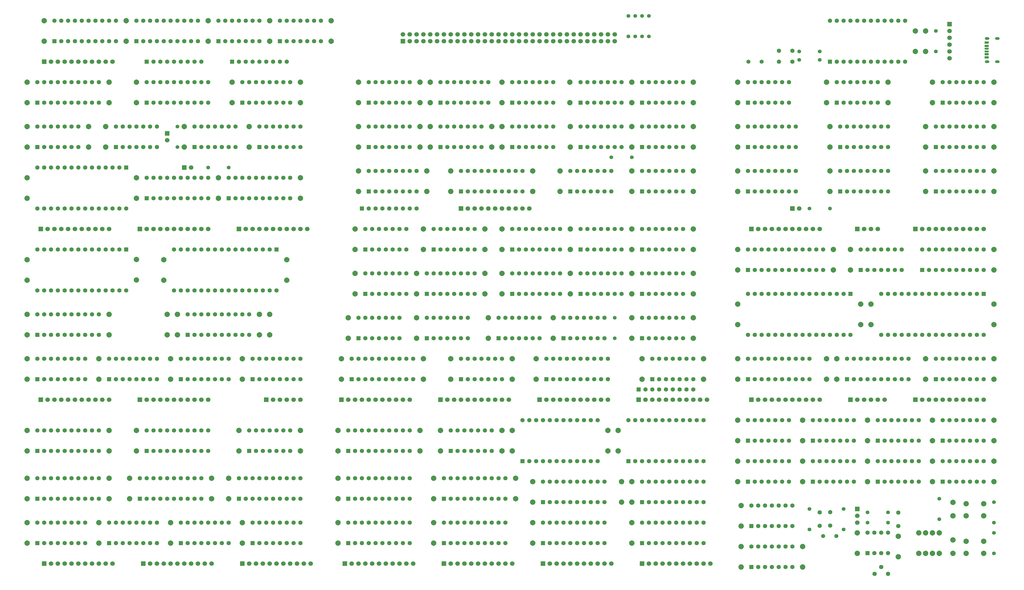
<source format=gbr>
%TF.GenerationSoftware,KiCad,Pcbnew,9.0.6*%
%TF.CreationDate,2025-12-13T09:15:19-08:00*%
%TF.ProjectId,TTL 6510 Computer,54544c20-3635-4313-9020-436f6d707574,A*%
%TF.SameCoordinates,Original*%
%TF.FileFunction,Soldermask,Top*%
%TF.FilePolarity,Negative*%
%FSLAX46Y46*%
G04 Gerber Fmt 4.6, Leading zero omitted, Abs format (unit mm)*
G04 Created by KiCad (PCBNEW 9.0.6) date 2025-12-13 09:15:19*
%MOMM*%
%LPD*%
G01*
G04 APERTURE LIST*
G04 Aperture macros list*
%AMRoundRect*
0 Rectangle with rounded corners*
0 $1 Rounding radius*
0 $2 $3 $4 $5 $6 $7 $8 $9 X,Y pos of 4 corners*
0 Add a 4 corners polygon primitive as box body*
4,1,4,$2,$3,$4,$5,$6,$7,$8,$9,$2,$3,0*
0 Add four circle primitives for the rounded corners*
1,1,$1+$1,$2,$3*
1,1,$1+$1,$4,$5*
1,1,$1+$1,$6,$7*
1,1,$1+$1,$8,$9*
0 Add four rect primitives between the rounded corners*
20,1,$1+$1,$2,$3,$4,$5,0*
20,1,$1+$1,$4,$5,$6,$7,0*
20,1,$1+$1,$6,$7,$8,$9,0*
20,1,$1+$1,$8,$9,$2,$3,0*%
G04 Aperture macros list end*
%ADD10C,2.000000*%
%ADD11RoundRect,0.250000X0.550000X-0.550000X0.550000X0.550000X-0.550000X0.550000X-0.550000X-0.550000X0*%
%ADD12C,1.600000*%
%ADD13R,1.700000X1.700000*%
%ADD14C,1.700000*%
%ADD15C,1.400000*%
%ADD16R,1.600000X1.600000*%
%ADD17RoundRect,0.250000X-0.550000X0.550000X-0.550000X-0.550000X0.550000X-0.550000X0.550000X0.550000X0*%
%ADD18C,1.500000*%
%ADD19RoundRect,0.175000X0.625000X-0.175000X0.625000X0.175000X-0.625000X0.175000X-0.625000X-0.175000X0*%
%ADD20RoundRect,0.200000X0.600000X-0.200000X0.600000X0.200000X-0.600000X0.200000X-0.600000X-0.200000X0*%
%ADD21RoundRect,0.225000X0.575000X-0.225000X0.575000X0.225000X-0.575000X0.225000X-0.575000X-0.225000X0*%
%ADD22O,1.700000X1.000000*%
%ADD23C,1.620000*%
G04 APERTURE END LIST*
D10*
%TO.C,C36*%
X186690000Y-280670000D03*
X186690000Y-273050000D03*
%TD*%
%TO.C,C140*%
X106680000Y-194310000D03*
X106680000Y-186690000D03*
%TD*%
D11*
%TO.C,U94*%
X139700000Y-194310000D03*
D12*
X142240000Y-194310000D03*
X144780000Y-194310000D03*
X147320000Y-194310000D03*
X149860000Y-194310000D03*
X152400000Y-194310000D03*
X154940000Y-194310000D03*
X154940000Y-186690000D03*
X152400000Y-186690000D03*
X149860000Y-186690000D03*
X147320000Y-186690000D03*
X144780000Y-186690000D03*
X142240000Y-186690000D03*
X139700000Y-186690000D03*
%TD*%
D10*
%TO.C,C45*%
X133350000Y-280670000D03*
X133350000Y-273050000D03*
%TD*%
D11*
%TO.C,U61*%
X193040000Y-194310000D03*
D12*
X195580000Y-194310000D03*
X198120000Y-194310000D03*
X200660000Y-194310000D03*
X203200000Y-194310000D03*
X205740000Y-194310000D03*
X208280000Y-194310000D03*
X208280000Y-186690000D03*
X205740000Y-186690000D03*
X203200000Y-186690000D03*
X200660000Y-186690000D03*
X198120000Y-186690000D03*
X195580000Y-186690000D03*
X193040000Y-186690000D03*
%TD*%
D13*
%TO.C,J1*%
X149860000Y-349250000D03*
D14*
X152400000Y-349250000D03*
X154940000Y-349250000D03*
X157480000Y-349250000D03*
X160020000Y-349250000D03*
X162560000Y-349250000D03*
X165100000Y-349250000D03*
X167640000Y-349250000D03*
X170180000Y-349250000D03*
X172720000Y-349250000D03*
X175260000Y-349250000D03*
%TD*%
D10*
%TO.C,C149*%
X354330000Y-224790000D03*
X354330000Y-232410000D03*
%TD*%
%TO.C,C137*%
X106680000Y-177800000D03*
X106680000Y-170180000D03*
%TD*%
D11*
%TO.C,U46*%
X374650000Y-210820000D03*
D12*
X377190000Y-210820000D03*
X379730000Y-210820000D03*
X382270000Y-210820000D03*
X384810000Y-210820000D03*
X387350000Y-210820000D03*
X389890000Y-210820000D03*
X392430000Y-210820000D03*
X392430000Y-203200000D03*
X389890000Y-203200000D03*
X387350000Y-203200000D03*
X384810000Y-203200000D03*
X382270000Y-203200000D03*
X379730000Y-203200000D03*
X377190000Y-203200000D03*
X374650000Y-203200000D03*
%TD*%
D10*
%TO.C,C30*%
X137160000Y-317500000D03*
X137160000Y-325120000D03*
%TD*%
%TO.C,C110*%
X255270000Y-203200000D03*
X255270000Y-210820000D03*
%TD*%
%TO.C,C93*%
X276860000Y-224790000D03*
X276860000Y-232410000D03*
%TD*%
D13*
%TO.C,JP1*%
X415290000Y-328930000D03*
D14*
X415290000Y-331470000D03*
X415290000Y-334010000D03*
%TD*%
D10*
%TO.C,C138*%
X147320000Y-177800000D03*
X147320000Y-170180000D03*
%TD*%
D11*
%TO.C,U91*%
X312420000Y-194310000D03*
D12*
X314960000Y-194310000D03*
X317500000Y-194310000D03*
X320040000Y-194310000D03*
X322580000Y-194310000D03*
X325120000Y-194310000D03*
X327660000Y-194310000D03*
X327660000Y-186690000D03*
X325120000Y-186690000D03*
X322580000Y-186690000D03*
X320040000Y-186690000D03*
X317500000Y-186690000D03*
X314960000Y-186690000D03*
X312420000Y-186690000D03*
%TD*%
D11*
%TO.C,U43*%
X374650000Y-240030000D03*
D12*
X377190000Y-240030000D03*
X379730000Y-240030000D03*
X382270000Y-240030000D03*
X384810000Y-240030000D03*
X387350000Y-240030000D03*
X389890000Y-240030000D03*
X392430000Y-240030000D03*
X394970000Y-240030000D03*
X397510000Y-240030000D03*
X400050000Y-240030000D03*
X402590000Y-240030000D03*
X402590000Y-232410000D03*
X400050000Y-232410000D03*
X397510000Y-232410000D03*
X394970000Y-232410000D03*
X392430000Y-232410000D03*
X389890000Y-232410000D03*
X387350000Y-232410000D03*
X384810000Y-232410000D03*
X382270000Y-232410000D03*
X379730000Y-232410000D03*
X377190000Y-232410000D03*
X374650000Y-232410000D03*
%TD*%
D10*
%TO.C,C38*%
X193040000Y-256540000D03*
X193040000Y-264160000D03*
%TD*%
%TO.C,C101*%
X288290000Y-317500000D03*
X288290000Y-325120000D03*
%TD*%
%TO.C,C81*%
X466090000Y-194310000D03*
X466090000Y-186690000D03*
%TD*%
D11*
%TO.C,U89*%
X168910000Y-194310000D03*
D12*
X171450000Y-194310000D03*
X173990000Y-194310000D03*
X176530000Y-194310000D03*
X179070000Y-194310000D03*
X181610000Y-194310000D03*
X184150000Y-194310000D03*
X184150000Y-186690000D03*
X181610000Y-186690000D03*
X179070000Y-186690000D03*
X176530000Y-186690000D03*
X173990000Y-186690000D03*
X171450000Y-186690000D03*
X168910000Y-186690000D03*
%TD*%
D13*
%TO.C,J17*%
X260350000Y-288290000D03*
D14*
X262890000Y-288290000D03*
X265430000Y-288290000D03*
X267970000Y-288290000D03*
X270510000Y-288290000D03*
X273050000Y-288290000D03*
X275590000Y-288290000D03*
X278130000Y-288290000D03*
X280670000Y-288290000D03*
X283210000Y-288290000D03*
X285750000Y-288290000D03*
%TD*%
D10*
%TO.C,C17*%
X372110000Y-350520000D03*
X372110000Y-342900000D03*
%TD*%
D15*
%TO.C,R13*%
X325120000Y-257810000D03*
X325120000Y-265430000D03*
%TD*%
D10*
%TO.C,C84*%
X426720000Y-170180000D03*
X426720000Y-177800000D03*
%TD*%
%TO.C,C114*%
X294640000Y-203200000D03*
X294640000Y-210820000D03*
%TD*%
D15*
%TO.C,R11*%
X337845400Y-145542000D03*
X337845400Y-153162000D03*
%TD*%
D10*
%TO.C,C120*%
X260350000Y-307340000D03*
X260350000Y-299720000D03*
%TD*%
%TO.C,C10*%
X415290000Y-337820000D03*
X415290000Y-345440000D03*
%TD*%
D15*
%TO.C,R10*%
X397510000Y-217170000D03*
X405130000Y-217170000D03*
%TD*%
D10*
%TO.C,SW3*%
X438158000Y-337812000D03*
X443230000Y-337820000D03*
X445770000Y-337820000D03*
X438150000Y-345440000D03*
X440690000Y-345440000D03*
X445770000Y-345440000D03*
X440690000Y-337820000D03*
X443230000Y-345440000D03*
%TD*%
D16*
%TO.C,RN4*%
X151130000Y-162560000D03*
D12*
X153670000Y-162560000D03*
X156210000Y-162560000D03*
X158750000Y-162560000D03*
X161290000Y-162560000D03*
X163830000Y-162560000D03*
X166370000Y-162560000D03*
X168910000Y-162560000D03*
X171450000Y-162560000D03*
%TD*%
D10*
%TO.C,C112*%
X264160000Y-210820000D03*
X264160000Y-203200000D03*
%TD*%
%TO.C,C118*%
X302260000Y-265430000D03*
X302260000Y-257810000D03*
%TD*%
D11*
%TO.C,U88*%
X312420000Y-177800000D03*
D12*
X314960000Y-177800000D03*
X317500000Y-177800000D03*
X320040000Y-177800000D03*
X322580000Y-177800000D03*
X325120000Y-177800000D03*
X327660000Y-177800000D03*
X327660000Y-170180000D03*
X325120000Y-170180000D03*
X322580000Y-170180000D03*
X320040000Y-170180000D03*
X317500000Y-170180000D03*
X314960000Y-170180000D03*
X312420000Y-170180000D03*
%TD*%
D11*
%TO.C,U97*%
X186690000Y-177800000D03*
D12*
X189230000Y-177800000D03*
X191770000Y-177800000D03*
X194310000Y-177800000D03*
X196850000Y-177800000D03*
X199390000Y-177800000D03*
X201930000Y-177800000D03*
X204470000Y-177800000D03*
X204470000Y-170180000D03*
X201930000Y-170180000D03*
X199390000Y-170180000D03*
X196850000Y-170180000D03*
X194310000Y-170180000D03*
X191770000Y-170180000D03*
X189230000Y-170180000D03*
X186690000Y-170180000D03*
%TD*%
D10*
%TO.C,C145*%
X165100000Y-194310000D03*
X165100000Y-186690000D03*
%TD*%
D11*
%TO.C,U51*%
X281940000Y-265430000D03*
D12*
X284480000Y-265430000D03*
X287020000Y-265430000D03*
X289560000Y-265430000D03*
X292100000Y-265430000D03*
X294640000Y-265430000D03*
X297180000Y-265430000D03*
X297180000Y-257810000D03*
X294640000Y-257810000D03*
X292100000Y-257810000D03*
X289560000Y-257810000D03*
X287020000Y-257810000D03*
X284480000Y-257810000D03*
X281940000Y-257810000D03*
%TD*%
D10*
%TO.C,C126*%
X335280000Y-280670000D03*
X335280000Y-273050000D03*
%TD*%
D13*
%TO.C,J16*%
X375920000Y-224790000D03*
D14*
X378460000Y-224790000D03*
X381000000Y-224790000D03*
X383540000Y-224790000D03*
X386080000Y-224790000D03*
X388620000Y-224790000D03*
X391160000Y-224790000D03*
X393700000Y-224790000D03*
X396240000Y-224790000D03*
X398780000Y-224790000D03*
X401320000Y-224790000D03*
%TD*%
D11*
%TO.C,U7*%
X375920000Y-350520000D03*
D12*
X378460000Y-350520000D03*
X381000000Y-350520000D03*
X383540000Y-350520000D03*
X386080000Y-350520000D03*
X388620000Y-350520000D03*
X391160000Y-350520000D03*
X391160000Y-342900000D03*
X388620000Y-342900000D03*
X386080000Y-342900000D03*
X383540000Y-342900000D03*
X381000000Y-342900000D03*
X378460000Y-342900000D03*
X375920000Y-342900000D03*
%TD*%
D10*
%TO.C,C53*%
X257810000Y-341630000D03*
X257810000Y-334010000D03*
%TD*%
D15*
%TO.C,R17*%
X393700000Y-158750000D03*
X401320000Y-158750000D03*
%TD*%
D10*
%TO.C,C108*%
X283210000Y-248920000D03*
X283210000Y-241300000D03*
%TD*%
D11*
%TO.C,U44*%
X407670000Y-177800000D03*
D12*
X410210000Y-177800000D03*
X412750000Y-177800000D03*
X415290000Y-177800000D03*
X417830000Y-177800000D03*
X420370000Y-177800000D03*
X422910000Y-177800000D03*
X422910000Y-170180000D03*
X420370000Y-170180000D03*
X417830000Y-170180000D03*
X415290000Y-170180000D03*
X412750000Y-170180000D03*
X410210000Y-170180000D03*
X407670000Y-170180000D03*
%TD*%
D16*
%TO.C,RN2*%
X334010000Y-284480000D03*
D12*
X336550000Y-284480000D03*
X339090000Y-284480000D03*
X341630000Y-284480000D03*
X344170000Y-284480000D03*
X346710000Y-284480000D03*
X349250000Y-284480000D03*
X351790000Y-284480000D03*
X354330000Y-284480000D03*
%TD*%
D13*
%TO.C,J10*%
X335280000Y-349250000D03*
D14*
X337820000Y-349250000D03*
X340360000Y-349250000D03*
X342900000Y-349250000D03*
X345440000Y-349250000D03*
X347980000Y-349250000D03*
X350520000Y-349250000D03*
X353060000Y-349250000D03*
X355600000Y-349250000D03*
X358140000Y-349250000D03*
X360680000Y-349250000D03*
%TD*%
D13*
%TO.C,J14*%
X436880000Y-224790000D03*
D14*
X439420000Y-224790000D03*
X441960000Y-224790000D03*
X444500000Y-224790000D03*
X447040000Y-224790000D03*
X449580000Y-224790000D03*
X452120000Y-224790000D03*
X454660000Y-224790000D03*
X457200000Y-224790000D03*
X459740000Y-224790000D03*
X462280000Y-224790000D03*
%TD*%
D11*
%TO.C,U33*%
X227330000Y-280670000D03*
D12*
X229870000Y-280670000D03*
X232410000Y-280670000D03*
X234950000Y-280670000D03*
X237490000Y-280670000D03*
X240030000Y-280670000D03*
X242570000Y-280670000D03*
X245110000Y-280670000D03*
X247650000Y-280670000D03*
X250190000Y-280670000D03*
X250190000Y-273050000D03*
X247650000Y-273050000D03*
X245110000Y-273050000D03*
X242570000Y-273050000D03*
X240030000Y-273050000D03*
X237490000Y-273050000D03*
X234950000Y-273050000D03*
X232410000Y-273050000D03*
X229870000Y-273050000D03*
X227330000Y-273050000D03*
%TD*%
D10*
%TO.C,C133*%
X283210000Y-194310000D03*
X283210000Y-186690000D03*
%TD*%
D11*
%TO.C,U79*%
X312420000Y-232410000D03*
D12*
X314960000Y-232410000D03*
X317500000Y-232410000D03*
X320040000Y-232410000D03*
X322580000Y-232410000D03*
X325120000Y-232410000D03*
X327660000Y-232410000D03*
X327660000Y-224790000D03*
X325120000Y-224790000D03*
X322580000Y-224790000D03*
X320040000Y-224790000D03*
X317500000Y-224790000D03*
X314960000Y-224790000D03*
X312420000Y-224790000D03*
%TD*%
D11*
%TO.C,U75*%
X287020000Y-232410000D03*
D12*
X289560000Y-232410000D03*
X292100000Y-232410000D03*
X294640000Y-232410000D03*
X297180000Y-232410000D03*
X299720000Y-232410000D03*
X302260000Y-232410000D03*
X304800000Y-232410000D03*
X304800000Y-224790000D03*
X302260000Y-224790000D03*
X299720000Y-224790000D03*
X297180000Y-224790000D03*
X294640000Y-224790000D03*
X292100000Y-224790000D03*
X289560000Y-224790000D03*
X287020000Y-224790000D03*
%TD*%
D11*
%TO.C,U62*%
X255270000Y-248920000D03*
D12*
X257810000Y-248920000D03*
X260350000Y-248920000D03*
X262890000Y-248920000D03*
X265430000Y-248920000D03*
X267970000Y-248920000D03*
X270510000Y-248920000D03*
X273050000Y-248920000D03*
X273050000Y-241300000D03*
X270510000Y-241300000D03*
X267970000Y-241300000D03*
X265430000Y-241300000D03*
X262890000Y-241300000D03*
X260350000Y-241300000D03*
X257810000Y-241300000D03*
X255270000Y-241300000D03*
%TD*%
D10*
%TO.C,C148*%
X173990000Y-154940000D03*
X173990000Y-147320000D03*
%TD*%
D11*
%TO.C,U30*%
X229870000Y-265430000D03*
D12*
X232410000Y-265430000D03*
X234950000Y-265430000D03*
X237490000Y-265430000D03*
X240030000Y-265430000D03*
X242570000Y-265430000D03*
X245110000Y-265430000D03*
X245110000Y-257810000D03*
X242570000Y-257810000D03*
X240030000Y-257810000D03*
X237490000Y-257810000D03*
X234950000Y-257810000D03*
X232410000Y-257810000D03*
X229870000Y-257810000D03*
%TD*%
D11*
%TO.C,U66*%
X261620000Y-325120000D03*
D12*
X264160000Y-325120000D03*
X266700000Y-325120000D03*
X269240000Y-325120000D03*
X271780000Y-325120000D03*
X274320000Y-325120000D03*
X276860000Y-325120000D03*
X279400000Y-325120000D03*
X281940000Y-325120000D03*
X284480000Y-325120000D03*
X284480000Y-317500000D03*
X281940000Y-317500000D03*
X279400000Y-317500000D03*
X276860000Y-317500000D03*
X274320000Y-317500000D03*
X271780000Y-317500000D03*
X269240000Y-317500000D03*
X266700000Y-317500000D03*
X264160000Y-317500000D03*
X261620000Y-317500000D03*
%TD*%
D10*
%TO.C,C134*%
X308490000Y-177800000D03*
X308490000Y-170180000D03*
%TD*%
D13*
%TO.C,J28*%
X449580000Y-148590000D03*
D14*
X449580000Y-151130000D03*
X449580000Y-153670000D03*
X449580000Y-156210000D03*
X449580000Y-158750000D03*
X449580000Y-161290000D03*
%TD*%
D10*
%TO.C,C132*%
X229870000Y-177800000D03*
X229870000Y-170180000D03*
%TD*%
%TO.C,C119*%
X331470000Y-232410000D03*
X331470000Y-224790000D03*
%TD*%
%TO.C,C52*%
X223520000Y-280670000D03*
X223520000Y-273050000D03*
%TD*%
%TO.C,C153*%
X177800000Y-213360000D03*
X177800000Y-205740000D03*
%TD*%
%TO.C,C66*%
X466090000Y-240030000D03*
X466090000Y-232410000D03*
%TD*%
%TO.C,C154*%
X147320000Y-243760000D03*
X147320000Y-236140000D03*
%TD*%
D17*
%TO.C,U102*%
X143510000Y-232410000D03*
D12*
X140970000Y-232410000D03*
X138430000Y-232410000D03*
X135890000Y-232410000D03*
X133350000Y-232410000D03*
X130810000Y-232410000D03*
X128270000Y-232410000D03*
X125730000Y-232410000D03*
X123190000Y-232410000D03*
X120650000Y-232410000D03*
X118110000Y-232410000D03*
X115570000Y-232410000D03*
X113030000Y-232410000D03*
X110490000Y-232410000D03*
X110490000Y-247650000D03*
X113030000Y-247650000D03*
X115570000Y-247650000D03*
X118110000Y-247650000D03*
X120650000Y-247650000D03*
X123190000Y-247650000D03*
X125730000Y-247650000D03*
X128270000Y-247650000D03*
X130810000Y-247650000D03*
X133350000Y-247650000D03*
X135890000Y-247650000D03*
X138430000Y-247650000D03*
X140970000Y-247650000D03*
X143510000Y-247650000D03*
%TD*%
D10*
%TO.C,C105*%
X322585000Y-299720000D03*
X322585000Y-307340000D03*
%TD*%
D11*
%TO.C,U4*%
X447040000Y-318770000D03*
D12*
X449580000Y-318770000D03*
X452120000Y-318770000D03*
X454660000Y-318770000D03*
X457200000Y-318770000D03*
X459740000Y-318770000D03*
X462280000Y-318770000D03*
X462280000Y-311150000D03*
X459740000Y-311150000D03*
X457200000Y-311150000D03*
X454660000Y-311150000D03*
X452120000Y-311150000D03*
X449580000Y-311150000D03*
X447040000Y-311150000D03*
%TD*%
D11*
%TO.C,U3*%
X374650000Y-318770000D03*
D12*
X377190000Y-318770000D03*
X379730000Y-318770000D03*
X382270000Y-318770000D03*
X384810000Y-318770000D03*
X387350000Y-318770000D03*
X389890000Y-318770000D03*
X389890000Y-311150000D03*
X387350000Y-311150000D03*
X384810000Y-311150000D03*
X382270000Y-311150000D03*
X379730000Y-311150000D03*
X377190000Y-311150000D03*
X374650000Y-311150000D03*
%TD*%
D10*
%TO.C,C124*%
X252730000Y-186690000D03*
X252730000Y-194310000D03*
%TD*%
%TO.C,C163*%
X436880000Y-158750000D03*
X436880000Y-151130000D03*
%TD*%
D11*
%TO.C,U71*%
X264160000Y-307340000D03*
D12*
X266700000Y-307340000D03*
X269240000Y-307340000D03*
X271780000Y-307340000D03*
X274320000Y-307340000D03*
X276860000Y-307340000D03*
X279400000Y-307340000D03*
X279400000Y-299720000D03*
X276860000Y-299720000D03*
X274320000Y-299720000D03*
X271780000Y-299720000D03*
X269240000Y-299720000D03*
X266700000Y-299720000D03*
X264160000Y-299720000D03*
%TD*%
D10*
%TO.C,C62*%
X466090000Y-252730000D03*
X466090000Y-260350000D03*
%TD*%
D18*
%TO.C,Y1*%
X402590000Y-339005000D03*
X407490000Y-339005000D03*
%TD*%
D10*
%TO.C,C89*%
X228600000Y-232410000D03*
X228600000Y-224790000D03*
%TD*%
D11*
%TO.C,U37*%
X335280000Y-341630000D03*
D12*
X337820000Y-341630000D03*
X340360000Y-341630000D03*
X342900000Y-341630000D03*
X345440000Y-341630000D03*
X347980000Y-341630000D03*
X350520000Y-341630000D03*
X353060000Y-341630000D03*
X355600000Y-341630000D03*
X358140000Y-341630000D03*
X358140000Y-334010000D03*
X355600000Y-334010000D03*
X353060000Y-334010000D03*
X350520000Y-334010000D03*
X347980000Y-334010000D03*
X345440000Y-334010000D03*
X342900000Y-334010000D03*
X340360000Y-334010000D03*
X337820000Y-334010000D03*
X335280000Y-334010000D03*
%TD*%
D10*
%TO.C,C55*%
X294640000Y-341630000D03*
X294640000Y-334010000D03*
%TD*%
%TO.C,C156*%
X106680000Y-205740000D03*
X106680000Y-213360000D03*
%TD*%
D13*
%TO.C,J25*%
X185420000Y-224790000D03*
D14*
X187960000Y-224790000D03*
X190500000Y-224790000D03*
X193040000Y-224790000D03*
X195580000Y-224790000D03*
X198120000Y-224790000D03*
X200660000Y-224790000D03*
X203200000Y-224790000D03*
X205740000Y-224790000D03*
X208280000Y-224790000D03*
X210820000Y-224790000D03*
%TD*%
D10*
%TO.C,C147*%
X143510000Y-154940000D03*
X143510000Y-147320000D03*
%TD*%
D11*
%TO.C,U64*%
X335280000Y-265430000D03*
D12*
X337820000Y-265430000D03*
X340360000Y-265430000D03*
X342900000Y-265430000D03*
X345440000Y-265430000D03*
X347980000Y-265430000D03*
X350520000Y-265430000D03*
X350520000Y-257810000D03*
X347980000Y-257810000D03*
X345440000Y-257810000D03*
X342900000Y-257810000D03*
X340360000Y-257810000D03*
X337820000Y-257810000D03*
X335280000Y-257810000D03*
%TD*%
D10*
%TO.C,C46*%
X222250000Y-341630000D03*
X222250000Y-334010000D03*
%TD*%
D11*
%TO.C,U18*%
X110490000Y-341630000D03*
D12*
X113030000Y-341630000D03*
X115570000Y-341630000D03*
X118110000Y-341630000D03*
X120650000Y-341630000D03*
X123190000Y-341630000D03*
X125730000Y-341630000D03*
X128270000Y-341630000D03*
X128270000Y-334010000D03*
X125730000Y-334010000D03*
X123190000Y-334010000D03*
X120650000Y-334010000D03*
X118110000Y-334010000D03*
X115570000Y-334010000D03*
X113030000Y-334010000D03*
X110490000Y-334010000D03*
%TD*%
D11*
%TO.C,U1*%
X375920000Y-335280000D03*
D12*
X378460000Y-335280000D03*
X381000000Y-335280000D03*
X383540000Y-335280000D03*
X386080000Y-335280000D03*
X388620000Y-335280000D03*
X391160000Y-335280000D03*
X391160000Y-327660000D03*
X388620000Y-327660000D03*
X386080000Y-327660000D03*
X383540000Y-327660000D03*
X381000000Y-327660000D03*
X378460000Y-327660000D03*
X375920000Y-327660000D03*
%TD*%
D11*
%TO.C,U13*%
X148590000Y-325120000D03*
D12*
X151130000Y-325120000D03*
X153670000Y-325120000D03*
X156210000Y-325120000D03*
X158750000Y-325120000D03*
X161290000Y-325120000D03*
X163830000Y-325120000D03*
X166370000Y-325120000D03*
X168910000Y-325120000D03*
X171450000Y-325120000D03*
X171450000Y-317500000D03*
X168910000Y-317500000D03*
X166370000Y-317500000D03*
X163830000Y-317500000D03*
X161290000Y-317500000D03*
X158750000Y-317500000D03*
X156210000Y-317500000D03*
X153670000Y-317500000D03*
X151130000Y-317500000D03*
X148590000Y-317500000D03*
%TD*%
D11*
%TO.C,U34*%
X261620000Y-341630000D03*
D12*
X264160000Y-341630000D03*
X266700000Y-341630000D03*
X269240000Y-341630000D03*
X271780000Y-341630000D03*
X274320000Y-341630000D03*
X276860000Y-341630000D03*
X279400000Y-341630000D03*
X281940000Y-341630000D03*
X284480000Y-341630000D03*
X284480000Y-334010000D03*
X281940000Y-334010000D03*
X279400000Y-334010000D03*
X276860000Y-334010000D03*
X274320000Y-334010000D03*
X271780000Y-334010000D03*
X269240000Y-334010000D03*
X266700000Y-334010000D03*
X264160000Y-334010000D03*
X261620000Y-334010000D03*
%TD*%
D11*
%TO.C,U84*%
X260350000Y-194310000D03*
D12*
X262890000Y-194310000D03*
X265430000Y-194310000D03*
X267970000Y-194310000D03*
X270510000Y-194310000D03*
X273050000Y-194310000D03*
X275590000Y-194310000D03*
X275590000Y-186690000D03*
X273050000Y-186690000D03*
X270510000Y-186690000D03*
X267970000Y-186690000D03*
X265430000Y-186690000D03*
X262890000Y-186690000D03*
X260350000Y-186690000D03*
%TD*%
D10*
%TO.C,C60*%
X403860000Y-280670000D03*
X403860000Y-273050000D03*
%TD*%
D13*
%TO.C,J21*%
X267970000Y-217170000D03*
D14*
X270510000Y-217170000D03*
X273050000Y-217170000D03*
X275590000Y-217170000D03*
X278130000Y-217170000D03*
X280670000Y-217170000D03*
X283210000Y-217170000D03*
X285750000Y-217170000D03*
X288290000Y-217170000D03*
X290830000Y-217170000D03*
X293370000Y-217170000D03*
%TD*%
D10*
%TO.C,C97*%
X189230000Y-194310000D03*
X189230000Y-186690000D03*
%TD*%
%TO.C,C72*%
X405130000Y-210820000D03*
X405130000Y-203200000D03*
%TD*%
D11*
%TO.C,U8*%
X398780000Y-318770000D03*
D12*
X401320000Y-318770000D03*
X403860000Y-318770000D03*
X406400000Y-318770000D03*
X408940000Y-318770000D03*
X411480000Y-318770000D03*
X414020000Y-318770000D03*
X414020000Y-311150000D03*
X411480000Y-311150000D03*
X408940000Y-311150000D03*
X406400000Y-311150000D03*
X403860000Y-311150000D03*
X401320000Y-311150000D03*
X398780000Y-311150000D03*
%TD*%
D13*
%TO.C,J22*%
X113030000Y-162560000D03*
D14*
X115570000Y-162560000D03*
X118110000Y-162560000D03*
X120650000Y-162560000D03*
X123190000Y-162560000D03*
X125730000Y-162560000D03*
X128270000Y-162560000D03*
X130810000Y-162560000D03*
X133350000Y-162560000D03*
X135890000Y-162560000D03*
X138430000Y-162560000D03*
%TD*%
D15*
%TO.C,R14*%
X331470000Y-198120000D03*
X323850000Y-198120000D03*
%TD*%
D11*
%TO.C,U16*%
X190500000Y-341630000D03*
D12*
X193040000Y-341630000D03*
X195580000Y-341630000D03*
X198120000Y-341630000D03*
X200660000Y-341630000D03*
X203200000Y-341630000D03*
X205740000Y-341630000D03*
X208280000Y-341630000D03*
X208280000Y-334010000D03*
X205740000Y-334010000D03*
X203200000Y-334010000D03*
X200660000Y-334010000D03*
X198120000Y-334010000D03*
X195580000Y-334010000D03*
X193040000Y-334010000D03*
X190500000Y-334010000D03*
%TD*%
D13*
%TO.C,J20*%
X195580000Y-288290000D03*
D14*
X198120000Y-288290000D03*
X200660000Y-288290000D03*
X203200000Y-288290000D03*
X205740000Y-288290000D03*
X208280000Y-288290000D03*
%TD*%
D12*
%TO.C,C161*%
X386160000Y-162560000D03*
X391160000Y-162560000D03*
%TD*%
D10*
%TO.C,C71*%
X370840000Y-210820000D03*
X370840000Y-203200000D03*
%TD*%
D12*
%TO.C,C160*%
X386160000Y-158510000D03*
X391160000Y-158510000D03*
%TD*%
D10*
%TO.C,C135*%
X229870000Y-194310000D03*
X229870000Y-186690000D03*
%TD*%
%TO.C,C58*%
X354330000Y-257810000D03*
X354330000Y-265430000D03*
%TD*%
%TO.C,C109*%
X283210000Y-232410000D03*
X283210000Y-224790000D03*
%TD*%
D15*
%TO.C,R4*%
X410260000Y-336550000D03*
X410260000Y-328930000D03*
%TD*%
D13*
%TO.C,JP3*%
X158750000Y-189230000D03*
D14*
X158750000Y-191770000D03*
%TD*%
D11*
%TO.C,U36*%
X298450000Y-341630000D03*
D12*
X300990000Y-341630000D03*
X303530000Y-341630000D03*
X306070000Y-341630000D03*
X308610000Y-341630000D03*
X311150000Y-341630000D03*
X313690000Y-341630000D03*
X316230000Y-341630000D03*
X318770000Y-341630000D03*
X321310000Y-341630000D03*
X321310000Y-334010000D03*
X318770000Y-334010000D03*
X316230000Y-334010000D03*
X313690000Y-334010000D03*
X311150000Y-334010000D03*
X308610000Y-334010000D03*
X306070000Y-334010000D03*
X303530000Y-334010000D03*
X300990000Y-334010000D03*
X298450000Y-334010000D03*
%TD*%
D13*
%TO.C,JP2*%
X391160000Y-217170000D03*
D14*
X393700000Y-217170000D03*
%TD*%
D15*
%TO.C,R15*%
X162560000Y-194310000D03*
X162560000Y-186690000D03*
%TD*%
D10*
%TO.C,C4*%
X450850000Y-331470000D03*
X450850000Y-326470000D03*
%TD*%
%TO.C,C51*%
X254000000Y-273050000D03*
X254000000Y-280670000D03*
%TD*%
%TO.C,C125*%
X331470000Y-170180000D03*
X331470000Y-177800000D03*
%TD*%
D11*
%TO.C,U95*%
X110490000Y-177800000D03*
D12*
X113030000Y-177800000D03*
X115570000Y-177800000D03*
X118110000Y-177800000D03*
X120650000Y-177800000D03*
X123190000Y-177800000D03*
X125730000Y-177800000D03*
X128270000Y-177800000D03*
X130810000Y-177800000D03*
X133350000Y-177800000D03*
X133350000Y-170180000D03*
X130810000Y-170180000D03*
X128270000Y-170180000D03*
X125730000Y-170180000D03*
X123190000Y-170180000D03*
X120650000Y-170180000D03*
X118110000Y-170180000D03*
X115570000Y-170180000D03*
X113030000Y-170180000D03*
X110490000Y-170180000D03*
%TD*%
D11*
%TO.C,U10*%
X422910000Y-318770000D03*
D12*
X425450000Y-318770000D03*
X427990000Y-318770000D03*
X430530000Y-318770000D03*
X433070000Y-318770000D03*
X435610000Y-318770000D03*
X438150000Y-318770000D03*
X438150000Y-311150000D03*
X435610000Y-311150000D03*
X433070000Y-311150000D03*
X430530000Y-311150000D03*
X427990000Y-311150000D03*
X425450000Y-311150000D03*
X422910000Y-311150000D03*
%TD*%
D10*
%TO.C,C3*%
X450850000Y-345440000D03*
X450850000Y-340440000D03*
%TD*%
%TO.C,C144*%
X208280000Y-170180000D03*
X208280000Y-177800000D03*
%TD*%
D13*
%TO.C,J15*%
X415290000Y-224790000D03*
D14*
X417830000Y-224790000D03*
X420370000Y-224790000D03*
X422910000Y-224790000D03*
%TD*%
D10*
%TO.C,C103*%
X287025000Y-307340000D03*
X287025000Y-299720000D03*
%TD*%
D13*
%TO.C,J11*%
X436880000Y-288290000D03*
D14*
X439420000Y-288290000D03*
X441960000Y-288290000D03*
X444500000Y-288290000D03*
X447040000Y-288290000D03*
X449580000Y-288290000D03*
X452120000Y-288290000D03*
X454660000Y-288290000D03*
X457200000Y-288290000D03*
X459740000Y-288290000D03*
X462280000Y-288290000D03*
%TD*%
D10*
%TO.C,C129*%
X354325000Y-177800000D03*
X354325000Y-170180000D03*
%TD*%
%TO.C,C94*%
X264160000Y-280670000D03*
X264160000Y-273050000D03*
%TD*%
%TO.C,C128*%
X256540000Y-194310000D03*
X256540000Y-186690000D03*
%TD*%
%TO.C,C64*%
X420370000Y-260350000D03*
X420370000Y-252730000D03*
%TD*%
D11*
%TO.C,U63*%
X257810000Y-232410000D03*
D12*
X260350000Y-232410000D03*
X262890000Y-232410000D03*
X265430000Y-232410000D03*
X267970000Y-232410000D03*
X270510000Y-232410000D03*
X273050000Y-232410000D03*
X273050000Y-224790000D03*
X270510000Y-224790000D03*
X267970000Y-224790000D03*
X265430000Y-224790000D03*
X262890000Y-224790000D03*
X260350000Y-224790000D03*
X257810000Y-224790000D03*
%TD*%
D11*
%TO.C,U74*%
X287020000Y-248920000D03*
D12*
X289560000Y-248920000D03*
X292100000Y-248920000D03*
X294640000Y-248920000D03*
X297180000Y-248920000D03*
X299720000Y-248920000D03*
X302260000Y-248920000D03*
X304800000Y-248920000D03*
X304800000Y-241300000D03*
X302260000Y-241300000D03*
X299720000Y-241300000D03*
X297180000Y-241300000D03*
X294640000Y-241300000D03*
X292100000Y-241300000D03*
X289560000Y-241300000D03*
X287020000Y-241300000D03*
%TD*%
D10*
%TO.C,C96*%
X251460000Y-265430000D03*
X251460000Y-257810000D03*
%TD*%
D13*
%TO.C,J13*%
X412750000Y-288290000D03*
D14*
X415290000Y-288290000D03*
X417830000Y-288290000D03*
X420370000Y-288290000D03*
X422910000Y-288290000D03*
X425450000Y-288290000D03*
%TD*%
D11*
%TO.C,U27*%
X110490000Y-264160000D03*
D12*
X113030000Y-264160000D03*
X115570000Y-264160000D03*
X118110000Y-264160000D03*
X120650000Y-264160000D03*
X123190000Y-264160000D03*
X125730000Y-264160000D03*
X128270000Y-264160000D03*
X130810000Y-264160000D03*
X133350000Y-264160000D03*
X133350000Y-256540000D03*
X130810000Y-256540000D03*
X128270000Y-256540000D03*
X125730000Y-256540000D03*
X123190000Y-256540000D03*
X120650000Y-256540000D03*
X118110000Y-256540000D03*
X115570000Y-256540000D03*
X113030000Y-256540000D03*
X110490000Y-256540000D03*
%TD*%
D11*
%TO.C,U21*%
X189230000Y-307340000D03*
D12*
X191770000Y-307340000D03*
X194310000Y-307340000D03*
X196850000Y-307340000D03*
X199390000Y-307340000D03*
X201930000Y-307340000D03*
X204470000Y-307340000D03*
X204470000Y-299720000D03*
X201930000Y-299720000D03*
X199390000Y-299720000D03*
X196850000Y-299720000D03*
X194310000Y-299720000D03*
X191770000Y-299720000D03*
X189230000Y-299720000D03*
%TD*%
D10*
%TO.C,C76*%
X278130000Y-265430000D03*
X278130000Y-257810000D03*
%TD*%
D11*
%TO.C,U85*%
X335280000Y-194310000D03*
D12*
X337820000Y-194310000D03*
X340360000Y-194310000D03*
X342900000Y-194310000D03*
X345440000Y-194310000D03*
X347980000Y-194310000D03*
X350520000Y-194310000D03*
X350520000Y-186690000D03*
X347980000Y-186690000D03*
X345440000Y-186690000D03*
X342900000Y-186690000D03*
X340360000Y-186690000D03*
X337820000Y-186690000D03*
X335280000Y-186690000D03*
%TD*%
D11*
%TO.C,U6*%
X398780000Y-303530000D03*
D12*
X401320000Y-303530000D03*
X403860000Y-303530000D03*
X406400000Y-303530000D03*
X408940000Y-303530000D03*
X411480000Y-303530000D03*
X414020000Y-303530000D03*
X414020000Y-295910000D03*
X411480000Y-295910000D03*
X408940000Y-295910000D03*
X406400000Y-295910000D03*
X403860000Y-295910000D03*
X401320000Y-295910000D03*
X398780000Y-295910000D03*
%TD*%
D10*
%TO.C,C47*%
X222250000Y-325120000D03*
X222250000Y-317500000D03*
%TD*%
%TO.C,C113*%
X308610000Y-248920000D03*
X308610000Y-241300000D03*
%TD*%
D11*
%TO.C,U76*%
X312420000Y-248920000D03*
D12*
X314960000Y-248920000D03*
X317500000Y-248920000D03*
X320040000Y-248920000D03*
X322580000Y-248920000D03*
X325120000Y-248920000D03*
X327660000Y-248920000D03*
X327660000Y-241300000D03*
X325120000Y-241300000D03*
X322580000Y-241300000D03*
X320040000Y-241300000D03*
X317500000Y-241300000D03*
X314960000Y-241300000D03*
X312420000Y-241300000D03*
%TD*%
D10*
%TO.C,C40*%
X137160000Y-256540000D03*
X137160000Y-264160000D03*
%TD*%
D11*
%TO.C,U20*%
X137160000Y-341630000D03*
D12*
X139700000Y-341630000D03*
X142240000Y-341630000D03*
X144780000Y-341630000D03*
X147320000Y-341630000D03*
X149860000Y-341630000D03*
X152400000Y-341630000D03*
X154940000Y-341630000D03*
X154940000Y-334010000D03*
X152400000Y-334010000D03*
X149860000Y-334010000D03*
X147320000Y-334010000D03*
X144780000Y-334010000D03*
X142240000Y-334010000D03*
X139700000Y-334010000D03*
X137160000Y-334010000D03*
%TD*%
%TO.C,C5*%
X401320000Y-335200000D03*
X401320000Y-330200000D03*
%TD*%
D19*
%TO.C,J26*%
X463380000Y-158740000D03*
D20*
X463380000Y-156720000D03*
D21*
X463380000Y-155490000D03*
D19*
X463380000Y-157740000D03*
D20*
X463380000Y-159760000D03*
D21*
X463380000Y-160990000D03*
D22*
X463560000Y-162560000D03*
X467360000Y-162560000D03*
X463560000Y-153920000D03*
X467360000Y-153920000D03*
%TD*%
D10*
%TO.C,C65*%
X370840000Y-260350000D03*
X370840000Y-252730000D03*
%TD*%
D15*
%TO.C,R19*%
X444500000Y-151130000D03*
X444500000Y-158750000D03*
%TD*%
%TO.C,R16*%
X181610000Y-201930000D03*
X173990000Y-201930000D03*
%TD*%
D10*
%TO.C,C42*%
X196850000Y-256540000D03*
X196850000Y-264160000D03*
%TD*%
D13*
%TO.C,J27*%
X246380000Y-154940000D03*
D14*
X246380000Y-152400000D03*
X248920000Y-154940000D03*
X248920000Y-152400000D03*
X251460000Y-154940000D03*
X251460000Y-152400000D03*
X254000000Y-154940000D03*
X254000000Y-152400000D03*
X256540000Y-154940000D03*
X256540000Y-152400000D03*
X259080000Y-154940000D03*
X259080000Y-152400000D03*
X261620000Y-154940000D03*
X261620000Y-152400000D03*
X264160000Y-154940000D03*
X264160000Y-152400000D03*
X266700000Y-154940000D03*
X266700000Y-152400000D03*
X269240000Y-154940000D03*
X269240000Y-152400000D03*
X271780000Y-154940000D03*
X271780000Y-152400000D03*
X274320000Y-154940000D03*
X274320000Y-152400000D03*
X276860000Y-154940000D03*
X276860000Y-152400000D03*
X279400000Y-154940000D03*
X279400000Y-152400000D03*
X281940000Y-154940000D03*
X281940000Y-152400000D03*
X284480000Y-154940000D03*
X284480000Y-152400000D03*
X287020000Y-154940000D03*
X287020000Y-152400000D03*
X289560000Y-154940000D03*
X289560000Y-152400000D03*
X292100000Y-154940000D03*
X292100000Y-152400000D03*
X294640000Y-154940000D03*
X294640000Y-152400000D03*
X297180000Y-154940000D03*
X297180000Y-152400000D03*
X299720000Y-154940000D03*
X299720000Y-152400000D03*
X302260000Y-154940000D03*
X302260000Y-152400000D03*
X304800000Y-154940000D03*
X304800000Y-152400000D03*
X307340000Y-154940000D03*
X307340000Y-152400000D03*
X309880000Y-154940000D03*
X309880000Y-152400000D03*
X312420000Y-154940000D03*
X312420000Y-152400000D03*
X314960000Y-154940000D03*
X314960000Y-152400000D03*
X317500000Y-154940000D03*
X317500000Y-152400000D03*
X320040000Y-154940000D03*
X320040000Y-152400000D03*
X322580000Y-154940000D03*
X322580000Y-152400000D03*
X325120000Y-154940000D03*
X325120000Y-152400000D03*
%TD*%
D11*
%TO.C,U78*%
X335280000Y-232410000D03*
D12*
X337820000Y-232410000D03*
X340360000Y-232410000D03*
X342900000Y-232410000D03*
X345440000Y-232410000D03*
X347980000Y-232410000D03*
X350520000Y-232410000D03*
X350520000Y-224790000D03*
X347980000Y-224790000D03*
X345440000Y-224790000D03*
X342900000Y-224790000D03*
X340360000Y-224790000D03*
X337820000Y-224790000D03*
X335280000Y-224790000D03*
%TD*%
D11*
%TO.C,U68*%
X335280000Y-326390000D03*
D12*
X337820000Y-326390000D03*
X340360000Y-326390000D03*
X342900000Y-326390000D03*
X345440000Y-326390000D03*
X347980000Y-326390000D03*
X350520000Y-326390000D03*
X353060000Y-326390000D03*
X355600000Y-326390000D03*
X358140000Y-326390000D03*
X358140000Y-318770000D03*
X355600000Y-318770000D03*
X353060000Y-318770000D03*
X350520000Y-318770000D03*
X347980000Y-318770000D03*
X345440000Y-318770000D03*
X342900000Y-318770000D03*
X340360000Y-318770000D03*
X337820000Y-318770000D03*
X335280000Y-318770000D03*
%TD*%
D11*
%TO.C,U48*%
X444500000Y-210820000D03*
D12*
X447040000Y-210820000D03*
X449580000Y-210820000D03*
X452120000Y-210820000D03*
X454660000Y-210820000D03*
X457200000Y-210820000D03*
X459740000Y-210820000D03*
X462280000Y-210820000D03*
X462280000Y-203200000D03*
X459740000Y-203200000D03*
X457200000Y-203200000D03*
X454660000Y-203200000D03*
X452120000Y-203200000D03*
X449580000Y-203200000D03*
X447040000Y-203200000D03*
X444500000Y-203200000D03*
%TD*%
D11*
%TO.C,U72*%
X306070000Y-265430000D03*
D12*
X308610000Y-265430000D03*
X311150000Y-265430000D03*
X313690000Y-265430000D03*
X316230000Y-265430000D03*
X318770000Y-265430000D03*
X321310000Y-265430000D03*
X321310000Y-257810000D03*
X318770000Y-257810000D03*
X316230000Y-257810000D03*
X313690000Y-257810000D03*
X311150000Y-257810000D03*
X308610000Y-257810000D03*
X306070000Y-257810000D03*
%TD*%
D10*
%TO.C,C74*%
X443230000Y-177800000D03*
X443230000Y-170180000D03*
%TD*%
%TO.C,C49*%
X226060000Y-265430000D03*
X226060000Y-257810000D03*
%TD*%
%TO.C,C7*%
X443230000Y-311150000D03*
X443230000Y-318770000D03*
%TD*%
D13*
%TO.C,J6*%
X223520000Y-288290000D03*
D14*
X226060000Y-288290000D03*
X228600000Y-288290000D03*
X231140000Y-288290000D03*
X233680000Y-288290000D03*
X236220000Y-288290000D03*
X238760000Y-288290000D03*
X241300000Y-288290000D03*
X243840000Y-288290000D03*
X246380000Y-288290000D03*
X248920000Y-288290000D03*
%TD*%
D13*
%TO.C,J7*%
X224790000Y-349250000D03*
D14*
X227330000Y-349250000D03*
X229870000Y-349250000D03*
X232410000Y-349250000D03*
X234950000Y-349250000D03*
X237490000Y-349250000D03*
X240030000Y-349250000D03*
X242570000Y-349250000D03*
X245110000Y-349250000D03*
X247650000Y-349250000D03*
X250190000Y-349250000D03*
%TD*%
D13*
%TO.C,J9*%
X298450000Y-349250000D03*
D14*
X300990000Y-349250000D03*
X303530000Y-349250000D03*
X306070000Y-349250000D03*
X308610000Y-349250000D03*
X311150000Y-349250000D03*
X313690000Y-349250000D03*
X316230000Y-349250000D03*
X318770000Y-349250000D03*
X321310000Y-349250000D03*
X323850000Y-349250000D03*
%TD*%
D11*
%TO.C,U83*%
X233680000Y-194310000D03*
D12*
X236220000Y-194310000D03*
X238760000Y-194310000D03*
X241300000Y-194310000D03*
X243840000Y-194310000D03*
X246380000Y-194310000D03*
X248920000Y-194310000D03*
X248920000Y-186690000D03*
X246380000Y-186690000D03*
X243840000Y-186690000D03*
X241300000Y-186690000D03*
X238760000Y-186690000D03*
X236220000Y-186690000D03*
X233680000Y-186690000D03*
%TD*%
D16*
%TO.C,RN1*%
X231140000Y-217170000D03*
D12*
X233680000Y-217170000D03*
X236220000Y-217170000D03*
X238760000Y-217170000D03*
X241300000Y-217170000D03*
X243840000Y-217170000D03*
X246380000Y-217170000D03*
X248920000Y-217170000D03*
X251460000Y-217170000D03*
%TD*%
D10*
%TO.C,C37*%
X208280000Y-307340000D03*
X208280000Y-299720000D03*
%TD*%
D11*
%TO.C,U52*%
X308610000Y-210820000D03*
D12*
X311150000Y-210820000D03*
X313690000Y-210820000D03*
X316230000Y-210820000D03*
X318770000Y-210820000D03*
X321310000Y-210820000D03*
X323850000Y-210820000D03*
X323850000Y-203200000D03*
X321310000Y-203200000D03*
X318770000Y-203200000D03*
X316230000Y-203200000D03*
X313690000Y-203200000D03*
X311150000Y-203200000D03*
X308610000Y-203200000D03*
%TD*%
D15*
%TO.C,R6*%
X419100000Y-334010000D03*
X426720000Y-334010000D03*
%TD*%
D10*
%TO.C,C157*%
X147320000Y-213360000D03*
X147320000Y-205740000D03*
%TD*%
D11*
%TO.C,U56*%
X444500000Y-194310000D03*
D12*
X447040000Y-194310000D03*
X449580000Y-194310000D03*
X452120000Y-194310000D03*
X454660000Y-194310000D03*
X457200000Y-194310000D03*
X459740000Y-194310000D03*
X462280000Y-194310000D03*
X462280000Y-186690000D03*
X459740000Y-186690000D03*
X457200000Y-186690000D03*
X454660000Y-186690000D03*
X452120000Y-186690000D03*
X449580000Y-186690000D03*
X447040000Y-186690000D03*
X444500000Y-186690000D03*
%TD*%
D13*
%TO.C,J23*%
X148590000Y-224790000D03*
D14*
X151130000Y-224790000D03*
X153670000Y-224790000D03*
X156210000Y-224790000D03*
X158750000Y-224790000D03*
X161290000Y-224790000D03*
X163830000Y-224790000D03*
X166370000Y-224790000D03*
X168910000Y-224790000D03*
X171450000Y-224790000D03*
X173990000Y-224790000D03*
%TD*%
D11*
%TO.C,U101*%
X147320000Y-154940000D03*
D12*
X149860000Y-154940000D03*
X152400000Y-154940000D03*
X154940000Y-154940000D03*
X157480000Y-154940000D03*
X160020000Y-154940000D03*
X162560000Y-154940000D03*
X165100000Y-154940000D03*
X167640000Y-154940000D03*
X170180000Y-154940000D03*
X170180000Y-147320000D03*
X167640000Y-147320000D03*
X165100000Y-147320000D03*
X162560000Y-147320000D03*
X160020000Y-147320000D03*
X157480000Y-147320000D03*
X154940000Y-147320000D03*
X152400000Y-147320000D03*
X149860000Y-147320000D03*
X147320000Y-147320000D03*
%TD*%
D10*
%TO.C,C43*%
X158750000Y-256540000D03*
X158750000Y-264160000D03*
%TD*%
D11*
%TO.C,U2*%
X419140000Y-345360000D03*
D12*
X421680000Y-345360000D03*
X424220000Y-345360000D03*
X426760000Y-345360000D03*
X426760000Y-337740000D03*
X424220000Y-337740000D03*
X421680000Y-337740000D03*
X419140000Y-337740000D03*
%TD*%
D13*
%TO.C,JP4*%
X165100000Y-201930000D03*
D14*
X167640000Y-201930000D03*
%TD*%
D10*
%TO.C,C22*%
X160020000Y-341630000D03*
X160020000Y-334010000D03*
%TD*%
%TO.C,C68*%
X407670000Y-273050000D03*
X407670000Y-280670000D03*
%TD*%
D13*
%TO.C,J4*%
X148590000Y-288290000D03*
D14*
X151130000Y-288290000D03*
X153670000Y-288290000D03*
X156210000Y-288290000D03*
X158750000Y-288290000D03*
X161290000Y-288290000D03*
X163830000Y-288290000D03*
X166370000Y-288290000D03*
X168910000Y-288290000D03*
X171450000Y-288290000D03*
X173990000Y-288290000D03*
%TD*%
D10*
%TO.C,C73*%
X466090000Y-210820000D03*
X466090000Y-203200000D03*
%TD*%
D11*
%TO.C,U87*%
X339090000Y-280670000D03*
D12*
X341630000Y-280670000D03*
X344170000Y-280670000D03*
X346710000Y-280670000D03*
X349250000Y-280670000D03*
X351790000Y-280670000D03*
X354330000Y-280670000D03*
X354330000Y-273050000D03*
X351790000Y-273050000D03*
X349250000Y-273050000D03*
X346710000Y-273050000D03*
X344170000Y-273050000D03*
X341630000Y-273050000D03*
X339090000Y-273050000D03*
%TD*%
D10*
%TO.C,C82*%
X466090000Y-170180000D03*
X466090000Y-177800000D03*
%TD*%
%TO.C,C69*%
X403860000Y-177800000D03*
X403860000Y-170180000D03*
%TD*%
%TO.C,C28*%
X106680000Y-341630000D03*
X106680000Y-334010000D03*
%TD*%
D11*
%TO.C,U70*%
X290835000Y-311150000D03*
D12*
X293375000Y-311150000D03*
X295915000Y-311150000D03*
X298455000Y-311150000D03*
X300995000Y-311150000D03*
X303535000Y-311150000D03*
X306075000Y-311150000D03*
X308615000Y-311150000D03*
X311155000Y-311150000D03*
X313695000Y-311150000D03*
X316235000Y-311150000D03*
X318775000Y-311150000D03*
X318775000Y-295910000D03*
X316235000Y-295910000D03*
X313695000Y-295910000D03*
X311155000Y-295910000D03*
X308615000Y-295910000D03*
X306075000Y-295910000D03*
X303535000Y-295910000D03*
X300995000Y-295910000D03*
X298455000Y-295910000D03*
X295915000Y-295910000D03*
X293375000Y-295910000D03*
X290835000Y-295910000D03*
%TD*%
D10*
%TO.C,SW1*%
X455780000Y-340940000D03*
X462280000Y-340940000D03*
X455780000Y-345440000D03*
X462280000Y-345440000D03*
%TD*%
%TO.C,C23*%
X106680000Y-325120000D03*
X106680000Y-317500000D03*
%TD*%
D11*
%TO.C,U77*%
X335280000Y-248920000D03*
D12*
X337820000Y-248920000D03*
X340360000Y-248920000D03*
X342900000Y-248920000D03*
X345440000Y-248920000D03*
X347980000Y-248920000D03*
X350520000Y-248920000D03*
X350520000Y-241300000D03*
X347980000Y-241300000D03*
X345440000Y-241300000D03*
X342900000Y-241300000D03*
X340360000Y-241300000D03*
X337820000Y-241300000D03*
X335280000Y-241300000D03*
%TD*%
D11*
%TO.C,U57*%
X267970000Y-280670000D03*
D12*
X270510000Y-280670000D03*
X273050000Y-280670000D03*
X275590000Y-280670000D03*
X278130000Y-280670000D03*
X280670000Y-280670000D03*
X283210000Y-280670000D03*
X283210000Y-273050000D03*
X280670000Y-273050000D03*
X278130000Y-273050000D03*
X275590000Y-273050000D03*
X273050000Y-273050000D03*
X270510000Y-273050000D03*
X267970000Y-273050000D03*
%TD*%
D11*
%TO.C,U12*%
X416560000Y-240030000D03*
D12*
X419100000Y-240030000D03*
X421640000Y-240030000D03*
X424180000Y-240030000D03*
X426720000Y-240030000D03*
X429260000Y-240030000D03*
X431800000Y-240030000D03*
X431800000Y-232410000D03*
X429260000Y-232410000D03*
X426720000Y-232410000D03*
X424180000Y-232410000D03*
X421640000Y-232410000D03*
X419100000Y-232410000D03*
X416560000Y-232410000D03*
%TD*%
D10*
%TO.C,C136*%
X354330000Y-194310000D03*
X354330000Y-186690000D03*
%TD*%
D11*
%TO.C,U93*%
X110490000Y-194310000D03*
D12*
X113030000Y-194310000D03*
X115570000Y-194310000D03*
X118110000Y-194310000D03*
X120650000Y-194310000D03*
X123190000Y-194310000D03*
X125730000Y-194310000D03*
X125730000Y-186690000D03*
X123190000Y-186690000D03*
X120650000Y-186690000D03*
X118110000Y-186690000D03*
X115570000Y-186690000D03*
X113030000Y-186690000D03*
X110490000Y-186690000D03*
%TD*%
D15*
%TO.C,R7*%
X445770000Y-325120000D03*
X445770000Y-332740000D03*
%TD*%
D10*
%TO.C,C158*%
X157480000Y-236220000D03*
X157480000Y-243840000D03*
%TD*%
D13*
%TO.C,J3*%
X186690000Y-349250000D03*
D14*
X189230000Y-349250000D03*
X191770000Y-349250000D03*
X194310000Y-349250000D03*
X196850000Y-349250000D03*
X199390000Y-349250000D03*
X201930000Y-349250000D03*
X204470000Y-349250000D03*
X207010000Y-349250000D03*
X209550000Y-349250000D03*
X212090000Y-349250000D03*
%TD*%
D10*
%TO.C,C104*%
X326395000Y-307340000D03*
X326395000Y-299720000D03*
%TD*%
D11*
%TO.C,U15*%
X110490000Y-325120000D03*
D12*
X113030000Y-325120000D03*
X115570000Y-325120000D03*
X118110000Y-325120000D03*
X120650000Y-325120000D03*
X123190000Y-325120000D03*
X125730000Y-325120000D03*
X128270000Y-325120000D03*
X130810000Y-325120000D03*
X133350000Y-325120000D03*
X133350000Y-317500000D03*
X130810000Y-317500000D03*
X128270000Y-317500000D03*
X125730000Y-317500000D03*
X123190000Y-317500000D03*
X120650000Y-317500000D03*
X118110000Y-317500000D03*
X115570000Y-317500000D03*
X113030000Y-317500000D03*
X110490000Y-317500000D03*
%TD*%
D10*
%TO.C,C78*%
X283210000Y-177800000D03*
X283210000Y-170180000D03*
%TD*%
%TO.C,C20*%
X394970000Y-318770000D03*
X394970000Y-311150000D03*
%TD*%
%TO.C,C102*%
X327660000Y-318770000D03*
X327660000Y-326390000D03*
%TD*%
%TO.C,C31*%
X137160000Y-299720000D03*
X137160000Y-307340000D03*
%TD*%
%TO.C,C18*%
X419100000Y-303530000D03*
X419100000Y-295910000D03*
%TD*%
D11*
%TO.C,U32*%
X226060000Y-307340000D03*
D12*
X228600000Y-307340000D03*
X231140000Y-307340000D03*
X233680000Y-307340000D03*
X236220000Y-307340000D03*
X238760000Y-307340000D03*
X241300000Y-307340000D03*
X243840000Y-307340000D03*
X246380000Y-307340000D03*
X248920000Y-307340000D03*
X248920000Y-299720000D03*
X246380000Y-299720000D03*
X243840000Y-299720000D03*
X241300000Y-299720000D03*
X238760000Y-299720000D03*
X236220000Y-299720000D03*
X233680000Y-299720000D03*
X231140000Y-299720000D03*
X228600000Y-299720000D03*
X226060000Y-299720000D03*
%TD*%
D11*
%TO.C,U22*%
X163830000Y-280670000D03*
D12*
X166370000Y-280670000D03*
X168910000Y-280670000D03*
X171450000Y-280670000D03*
X173990000Y-280670000D03*
X176530000Y-280670000D03*
X179070000Y-280670000D03*
X181610000Y-280670000D03*
X181610000Y-273050000D03*
X179070000Y-273050000D03*
X176530000Y-273050000D03*
X173990000Y-273050000D03*
X171450000Y-273050000D03*
X168910000Y-273050000D03*
X166370000Y-273050000D03*
X163830000Y-273050000D03*
%TD*%
D10*
%TO.C,C151*%
X219710000Y-154940000D03*
X219710000Y-147320000D03*
%TD*%
D11*
%TO.C,U55*%
X408940000Y-194310000D03*
D12*
X411480000Y-194310000D03*
X414020000Y-194310000D03*
X416560000Y-194310000D03*
X419100000Y-194310000D03*
X421640000Y-194310000D03*
X424180000Y-194310000D03*
X426720000Y-194310000D03*
X426720000Y-186690000D03*
X424180000Y-186690000D03*
X421640000Y-186690000D03*
X419100000Y-186690000D03*
X416560000Y-186690000D03*
X414020000Y-186690000D03*
X411480000Y-186690000D03*
X408940000Y-186690000D03*
%TD*%
D10*
%TO.C,C32*%
X106680000Y-307340000D03*
X106680000Y-299720000D03*
%TD*%
D15*
%TO.C,R5*%
X419100000Y-330200000D03*
X426720000Y-330200000D03*
%TD*%
D12*
%TO.C,C1*%
X430530000Y-330280000D03*
X430530000Y-335280000D03*
%TD*%
D10*
%TO.C,C85*%
X440690000Y-203200000D03*
X440690000Y-210820000D03*
%TD*%
%TO.C,C99*%
X294640000Y-326390000D03*
X294640000Y-318770000D03*
%TD*%
%TO.C,C122*%
X331470000Y-194310000D03*
X331470000Y-186690000D03*
%TD*%
%TO.C,C26*%
X185420000Y-299720000D03*
X185420000Y-307340000D03*
%TD*%
%TO.C,C6*%
X430570000Y-339090000D03*
X430570000Y-346710000D03*
%TD*%
%TO.C,C75*%
X370840000Y-177800000D03*
X370840000Y-170180000D03*
%TD*%
%TO.C,C63*%
X416560000Y-252730000D03*
X416560000Y-260350000D03*
%TD*%
%TO.C,C123*%
X252730000Y-170180000D03*
X252730000Y-177800000D03*
%TD*%
%TO.C,C44*%
X106680000Y-264160000D03*
X106680000Y-256540000D03*
%TD*%
%TO.C,C90*%
X406400000Y-232410000D03*
X406400000Y-240030000D03*
%TD*%
D15*
%TO.C,R2*%
X466090000Y-326390000D03*
X466090000Y-334010000D03*
%TD*%
D10*
%TO.C,C98*%
X257810000Y-325120000D03*
X257810000Y-317500000D03*
%TD*%
D12*
%TO.C,C2*%
X405220000Y-335120000D03*
X405220000Y-330120000D03*
%TD*%
D10*
%TO.C,C27*%
X147320000Y-307340000D03*
X147320000Y-299720000D03*
%TD*%
D11*
%TO.C,U90*%
X233680000Y-177800000D03*
D12*
X236220000Y-177800000D03*
X238760000Y-177800000D03*
X241300000Y-177800000D03*
X243840000Y-177800000D03*
X246380000Y-177800000D03*
X248920000Y-177800000D03*
X248920000Y-170180000D03*
X246380000Y-170180000D03*
X243840000Y-170180000D03*
X241300000Y-170180000D03*
X238760000Y-170180000D03*
X236220000Y-170180000D03*
X233680000Y-170180000D03*
%TD*%
D11*
%TO.C,U54*%
X374650000Y-194310000D03*
D12*
X377190000Y-194310000D03*
X379730000Y-194310000D03*
X382270000Y-194310000D03*
X384810000Y-194310000D03*
X387350000Y-194310000D03*
X389890000Y-194310000D03*
X392430000Y-194310000D03*
X392430000Y-186690000D03*
X389890000Y-186690000D03*
X387350000Y-186690000D03*
X384810000Y-186690000D03*
X382270000Y-186690000D03*
X379730000Y-186690000D03*
X377190000Y-186690000D03*
X374650000Y-186690000D03*
%TD*%
D10*
%TO.C,C150*%
X196850000Y-147308000D03*
X196850000Y-154928000D03*
%TD*%
%TO.C,C130*%
X308610000Y-194310000D03*
X308610000Y-186690000D03*
%TD*%
D17*
%TO.C,U104*%
X143510000Y-201930000D03*
D12*
X140970000Y-201930000D03*
X138430000Y-201930000D03*
X135890000Y-201930000D03*
X133350000Y-201930000D03*
X130810000Y-201930000D03*
X128270000Y-201930000D03*
X125730000Y-201930000D03*
X123190000Y-201930000D03*
X120650000Y-201930000D03*
X118110000Y-201930000D03*
X115570000Y-201930000D03*
X113030000Y-201930000D03*
X110490000Y-201930000D03*
X110490000Y-217170000D03*
X113030000Y-217170000D03*
X115570000Y-217170000D03*
X118110000Y-217170000D03*
X120650000Y-217170000D03*
X123190000Y-217170000D03*
X125730000Y-217170000D03*
X128270000Y-217170000D03*
X130810000Y-217170000D03*
X133350000Y-217170000D03*
X135890000Y-217170000D03*
X138430000Y-217170000D03*
X140970000Y-217170000D03*
X143510000Y-217170000D03*
%TD*%
D10*
%TO.C,C121*%
X308610000Y-232410000D03*
X308610000Y-224790000D03*
%TD*%
D11*
%TO.C,U24*%
X190500000Y-280670000D03*
D12*
X193040000Y-280670000D03*
X195580000Y-280670000D03*
X198120000Y-280670000D03*
X200660000Y-280670000D03*
X203200000Y-280670000D03*
X205740000Y-280670000D03*
X208280000Y-280670000D03*
X208280000Y-273050000D03*
X205740000Y-273050000D03*
X203200000Y-273050000D03*
X200660000Y-273050000D03*
X198120000Y-273050000D03*
X195580000Y-273050000D03*
X193040000Y-273050000D03*
X190500000Y-273050000D03*
%TD*%
D13*
%TO.C,J18*%
X334010000Y-288290000D03*
D14*
X336550000Y-288290000D03*
X339090000Y-288290000D03*
X341630000Y-288290000D03*
X344170000Y-288290000D03*
X346710000Y-288290000D03*
X349250000Y-288290000D03*
X351790000Y-288290000D03*
X354330000Y-288290000D03*
X356870000Y-288290000D03*
X359410000Y-288290000D03*
%TD*%
D11*
%TO.C,U69*%
X330200000Y-311150000D03*
D12*
X332740000Y-311150000D03*
X335280000Y-311150000D03*
X337820000Y-311150000D03*
X340360000Y-311150000D03*
X342900000Y-311150000D03*
X345440000Y-311150000D03*
X347980000Y-311150000D03*
X350520000Y-311150000D03*
X353060000Y-311150000D03*
X355600000Y-311150000D03*
X358140000Y-311150000D03*
X358140000Y-295910000D03*
X355600000Y-295910000D03*
X353060000Y-295910000D03*
X350520000Y-295910000D03*
X347980000Y-295910000D03*
X345440000Y-295910000D03*
X342900000Y-295910000D03*
X340360000Y-295910000D03*
X337820000Y-295910000D03*
X335280000Y-295910000D03*
X332740000Y-295910000D03*
X330200000Y-295910000D03*
%TD*%
D11*
%TO.C,U60*%
X232410000Y-248920000D03*
D12*
X234950000Y-248920000D03*
X237490000Y-248920000D03*
X240030000Y-248920000D03*
X242570000Y-248920000D03*
X245110000Y-248920000D03*
X247650000Y-248920000D03*
X247650000Y-241300000D03*
X245110000Y-241300000D03*
X242570000Y-241300000D03*
X240030000Y-241300000D03*
X237490000Y-241300000D03*
X234950000Y-241300000D03*
X232410000Y-241300000D03*
%TD*%
D10*
%TO.C,C131*%
X256540000Y-177800000D03*
X256540000Y-170180000D03*
%TD*%
%TO.C,C33*%
X133350000Y-341630000D03*
X133350000Y-334010000D03*
%TD*%
D15*
%TO.C,R1*%
X466090000Y-337820000D03*
X466090000Y-345440000D03*
%TD*%
D10*
%TO.C,C143*%
X182880000Y-177800000D03*
X182880000Y-170180000D03*
%TD*%
D13*
%TO.C,J24*%
X111760000Y-224790000D03*
D14*
X114300000Y-224790000D03*
X116840000Y-224790000D03*
X119380000Y-224790000D03*
X121920000Y-224790000D03*
X124460000Y-224790000D03*
X127000000Y-224790000D03*
X129540000Y-224790000D03*
X132080000Y-224790000D03*
X134620000Y-224790000D03*
X137160000Y-224790000D03*
%TD*%
D10*
%TO.C,C92*%
X254000000Y-232410000D03*
X254000000Y-224790000D03*
%TD*%
%TO.C,C48*%
X222250000Y-307340000D03*
X222250000Y-299720000D03*
%TD*%
%TO.C,C8*%
X443230000Y-295910000D03*
X443230000Y-303530000D03*
%TD*%
D11*
%TO.C,U28*%
X137160000Y-280670000D03*
D12*
X139700000Y-280670000D03*
X142240000Y-280670000D03*
X144780000Y-280670000D03*
X147320000Y-280670000D03*
X149860000Y-280670000D03*
X152400000Y-280670000D03*
X154940000Y-280670000D03*
X154940000Y-273050000D03*
X152400000Y-273050000D03*
X149860000Y-273050000D03*
X147320000Y-273050000D03*
X144780000Y-273050000D03*
X142240000Y-273050000D03*
X139700000Y-273050000D03*
X137160000Y-273050000D03*
%TD*%
D10*
%TO.C,C88*%
X370840000Y-280670000D03*
X370840000Y-273050000D03*
%TD*%
D11*
%TO.C,U19*%
X110490000Y-307340000D03*
D12*
X113030000Y-307340000D03*
X115570000Y-307340000D03*
X118110000Y-307340000D03*
X120650000Y-307340000D03*
X123190000Y-307340000D03*
X125730000Y-307340000D03*
X128270000Y-307340000D03*
X130810000Y-307340000D03*
X133350000Y-307340000D03*
X133350000Y-299720000D03*
X130810000Y-299720000D03*
X128270000Y-299720000D03*
X125730000Y-299720000D03*
X123190000Y-299720000D03*
X120650000Y-299720000D03*
X118110000Y-299720000D03*
X115570000Y-299720000D03*
X113030000Y-299720000D03*
X110490000Y-299720000D03*
%TD*%
D11*
%TO.C,U103*%
X151130000Y-213360000D03*
D12*
X153670000Y-213360000D03*
X156210000Y-213360000D03*
X158750000Y-213360000D03*
X161290000Y-213360000D03*
X163830000Y-213360000D03*
X166370000Y-213360000D03*
X168910000Y-213360000D03*
X171450000Y-213360000D03*
X173990000Y-213360000D03*
X173990000Y-205740000D03*
X171450000Y-205740000D03*
X168910000Y-205740000D03*
X166370000Y-205740000D03*
X163830000Y-205740000D03*
X161290000Y-205740000D03*
X158750000Y-205740000D03*
X156210000Y-205740000D03*
X153670000Y-205740000D03*
X151130000Y-205740000D03*
%TD*%
D10*
%TO.C,C162*%
X440688000Y-151130000D03*
X440688000Y-158750000D03*
%TD*%
%TO.C,C79*%
X370840000Y-194310000D03*
X370840000Y-186690000D03*
%TD*%
D15*
%TO.C,R12*%
X330174600Y-145542000D03*
X330174600Y-153162000D03*
%TD*%
D11*
%TO.C,U38*%
X444500000Y-280670000D03*
D12*
X447040000Y-280670000D03*
X449580000Y-280670000D03*
X452120000Y-280670000D03*
X454660000Y-280670000D03*
X457200000Y-280670000D03*
X459740000Y-280670000D03*
X462280000Y-280670000D03*
X462280000Y-273050000D03*
X459740000Y-273050000D03*
X457200000Y-273050000D03*
X454660000Y-273050000D03*
X452120000Y-273050000D03*
X449580000Y-273050000D03*
X447040000Y-273050000D03*
X444500000Y-273050000D03*
%TD*%
D10*
%TO.C,C15*%
X466090000Y-318770000D03*
X466090000Y-311150000D03*
%TD*%
D13*
%TO.C,J12*%
X375920000Y-288290000D03*
D14*
X378460000Y-288290000D03*
X381000000Y-288290000D03*
X383540000Y-288290000D03*
X386080000Y-288290000D03*
X388620000Y-288290000D03*
X391160000Y-288290000D03*
X393700000Y-288290000D03*
X396240000Y-288290000D03*
X398780000Y-288290000D03*
X401320000Y-288290000D03*
%TD*%
D11*
%TO.C,U11*%
X374650000Y-303530000D03*
D12*
X377190000Y-303530000D03*
X379730000Y-303530000D03*
X382270000Y-303530000D03*
X384810000Y-303530000D03*
X387350000Y-303530000D03*
X389890000Y-303530000D03*
X389890000Y-295910000D03*
X387350000Y-295910000D03*
X384810000Y-295910000D03*
X382270000Y-295910000D03*
X379730000Y-295910000D03*
X377190000Y-295910000D03*
X374650000Y-295910000D03*
%TD*%
D10*
%TO.C,C24*%
X186690000Y-341630000D03*
X186690000Y-334010000D03*
%TD*%
%TO.C,C21*%
X144780000Y-325120000D03*
X144780000Y-317500000D03*
%TD*%
D11*
%TO.C,U17*%
X151130000Y-307340000D03*
D12*
X153670000Y-307340000D03*
X156210000Y-307340000D03*
X158750000Y-307340000D03*
X161290000Y-307340000D03*
X163830000Y-307340000D03*
X166370000Y-307340000D03*
X168910000Y-307340000D03*
X171450000Y-307340000D03*
X173990000Y-307340000D03*
X173990000Y-299720000D03*
X171450000Y-299720000D03*
X168910000Y-299720000D03*
X166370000Y-299720000D03*
X163830000Y-299720000D03*
X161290000Y-299720000D03*
X158750000Y-299720000D03*
X156210000Y-299720000D03*
X153670000Y-299720000D03*
X151130000Y-299720000D03*
%TD*%
D10*
%TO.C,C146*%
X113030000Y-154940000D03*
X113030000Y-147320000D03*
%TD*%
D11*
%TO.C,U50*%
X374650000Y-177800000D03*
D12*
X377190000Y-177800000D03*
X379730000Y-177800000D03*
X382270000Y-177800000D03*
X384810000Y-177800000D03*
X387350000Y-177800000D03*
X389890000Y-177800000D03*
X389890000Y-170180000D03*
X387350000Y-170180000D03*
X384810000Y-170180000D03*
X382270000Y-170180000D03*
X379730000Y-170180000D03*
X377190000Y-170180000D03*
X374650000Y-170180000D03*
%TD*%
D10*
%TO.C,C159*%
X203200000Y-243840000D03*
X203200000Y-236220000D03*
%TD*%
D11*
%TO.C,U100*%
X116840000Y-154940000D03*
D12*
X119380000Y-154940000D03*
X121920000Y-154940000D03*
X124460000Y-154940000D03*
X127000000Y-154940000D03*
X129540000Y-154940000D03*
X132080000Y-154940000D03*
X134620000Y-154940000D03*
X137160000Y-154940000D03*
X139700000Y-154940000D03*
X139700000Y-147320000D03*
X137160000Y-147320000D03*
X134620000Y-147320000D03*
X132080000Y-147320000D03*
X129540000Y-147320000D03*
X127000000Y-147320000D03*
X124460000Y-147320000D03*
X121920000Y-147320000D03*
X119380000Y-147320000D03*
X116840000Y-147320000D03*
%TD*%
D10*
%TO.C,C12*%
X372110000Y-335280000D03*
X372110000Y-327660000D03*
%TD*%
D11*
%TO.C,U45*%
X335280000Y-210820000D03*
D12*
X337820000Y-210820000D03*
X340360000Y-210820000D03*
X342900000Y-210820000D03*
X345440000Y-210820000D03*
X347980000Y-210820000D03*
X350520000Y-210820000D03*
X350520000Y-203200000D03*
X347980000Y-203200000D03*
X345440000Y-203200000D03*
X342900000Y-203200000D03*
X340360000Y-203200000D03*
X337820000Y-203200000D03*
X335280000Y-203200000D03*
%TD*%
D10*
%TO.C,C25*%
X394970000Y-303530000D03*
X394970000Y-295910000D03*
%TD*%
%TO.C,C56*%
X358140000Y-273050000D03*
X358140000Y-280670000D03*
%TD*%
D11*
%TO.C,U106*%
X405130000Y-162560000D03*
D12*
X407670000Y-162560000D03*
X410210000Y-162560000D03*
X412750000Y-162560000D03*
X415290000Y-162560000D03*
X417830000Y-162560000D03*
X420370000Y-162560000D03*
X422910000Y-162560000D03*
X425450000Y-162560000D03*
X427990000Y-162560000D03*
X430530000Y-162560000D03*
X433070000Y-162560000D03*
X433070000Y-147320000D03*
X430530000Y-147320000D03*
X427990000Y-147320000D03*
X425450000Y-147320000D03*
X422910000Y-147320000D03*
X420370000Y-147320000D03*
X417830000Y-147320000D03*
X415290000Y-147320000D03*
X412750000Y-147320000D03*
X410210000Y-147320000D03*
X407670000Y-147320000D03*
X405130000Y-147320000D03*
%TD*%
D10*
%TO.C,C127*%
X279400000Y-186690000D03*
X279400000Y-194310000D03*
%TD*%
D17*
%TO.C,U105*%
X199390000Y-232410000D03*
D12*
X196850000Y-232410000D03*
X194310000Y-232410000D03*
X191770000Y-232410000D03*
X189230000Y-232410000D03*
X186690000Y-232410000D03*
X184150000Y-232410000D03*
X181610000Y-232410000D03*
X179070000Y-232410000D03*
X176530000Y-232410000D03*
X173990000Y-232410000D03*
X171450000Y-232410000D03*
X168910000Y-232410000D03*
X166370000Y-232410000D03*
X163830000Y-232410000D03*
X161290000Y-232410000D03*
X161290000Y-247650000D03*
X163830000Y-247650000D03*
X166370000Y-247650000D03*
X168910000Y-247650000D03*
X171450000Y-247650000D03*
X173990000Y-247650000D03*
X176530000Y-247650000D03*
X179070000Y-247650000D03*
X181610000Y-247650000D03*
X184150000Y-247650000D03*
X186690000Y-247650000D03*
X189230000Y-247650000D03*
X191770000Y-247650000D03*
X194310000Y-247650000D03*
X196850000Y-247650000D03*
X199390000Y-247650000D03*
%TD*%
D15*
%TO.C,R8*%
X332740000Y-145542000D03*
X332740000Y-153162000D03*
%TD*%
D10*
%TO.C,C11*%
X466090000Y-303530000D03*
X466090000Y-295910000D03*
%TD*%
%TO.C,C77*%
X304800000Y-210820000D03*
X304800000Y-203200000D03*
%TD*%
D11*
%TO.C,U25*%
X166370000Y-264160000D03*
D12*
X168910000Y-264160000D03*
X171450000Y-264160000D03*
X173990000Y-264160000D03*
X176530000Y-264160000D03*
X179070000Y-264160000D03*
X181610000Y-264160000D03*
X184150000Y-264160000D03*
X186690000Y-264160000D03*
X189230000Y-264160000D03*
X189230000Y-256540000D03*
X186690000Y-256540000D03*
X184150000Y-256540000D03*
X181610000Y-256540000D03*
X179070000Y-256540000D03*
X176530000Y-256540000D03*
X173990000Y-256540000D03*
X171450000Y-256540000D03*
X168910000Y-256540000D03*
X166370000Y-256540000D03*
%TD*%
D10*
%TO.C,C59*%
X466090000Y-280670000D03*
X466090000Y-273050000D03*
%TD*%
%TO.C,C117*%
X354330000Y-241300000D03*
X354330000Y-248920000D03*
%TD*%
D15*
%TO.C,R9*%
X335280000Y-145542000D03*
X335280000Y-153162000D03*
%TD*%
D10*
%TO.C,C95*%
X331470000Y-265430000D03*
X331470000Y-257810000D03*
%TD*%
D11*
%TO.C,U14*%
X163830000Y-341630000D03*
D12*
X166370000Y-341630000D03*
X168910000Y-341630000D03*
X171450000Y-341630000D03*
X173990000Y-341630000D03*
X176530000Y-341630000D03*
X179070000Y-341630000D03*
X181610000Y-341630000D03*
X181610000Y-334010000D03*
X179070000Y-334010000D03*
X176530000Y-334010000D03*
X173990000Y-334010000D03*
X171450000Y-334010000D03*
X168910000Y-334010000D03*
X166370000Y-334010000D03*
X163830000Y-334010000D03*
%TD*%
D11*
%TO.C,U96*%
X151130000Y-177800000D03*
D12*
X153670000Y-177800000D03*
X156210000Y-177800000D03*
X158750000Y-177800000D03*
X161290000Y-177800000D03*
X163830000Y-177800000D03*
X166370000Y-177800000D03*
X168910000Y-177800000D03*
X171450000Y-177800000D03*
X173990000Y-177800000D03*
X173990000Y-170180000D03*
X171450000Y-170180000D03*
X168910000Y-170180000D03*
X166370000Y-170180000D03*
X163830000Y-170180000D03*
X161290000Y-170180000D03*
X158750000Y-170180000D03*
X156210000Y-170180000D03*
X153670000Y-170180000D03*
X151130000Y-170180000D03*
%TD*%
D11*
%TO.C,U81*%
X267970000Y-210820000D03*
D12*
X270510000Y-210820000D03*
X273050000Y-210820000D03*
X275590000Y-210820000D03*
X278130000Y-210820000D03*
X280670000Y-210820000D03*
X283210000Y-210820000D03*
X285750000Y-210820000D03*
X288290000Y-210820000D03*
X290830000Y-210820000D03*
X290830000Y-203200000D03*
X288290000Y-203200000D03*
X285750000Y-203200000D03*
X283210000Y-203200000D03*
X280670000Y-203200000D03*
X278130000Y-203200000D03*
X275590000Y-203200000D03*
X273050000Y-203200000D03*
X270510000Y-203200000D03*
X267970000Y-203200000D03*
%TD*%
D10*
%TO.C,C57*%
X331470000Y-341630000D03*
X331470000Y-334010000D03*
%TD*%
D11*
%TO.C,U99*%
X200660000Y-154940000D03*
D12*
X203200000Y-154940000D03*
X205740000Y-154940000D03*
X208280000Y-154940000D03*
X210820000Y-154940000D03*
X213360000Y-154940000D03*
X215900000Y-154940000D03*
X215900000Y-147320000D03*
X213360000Y-147320000D03*
X210820000Y-147320000D03*
X208280000Y-147320000D03*
X205740000Y-147320000D03*
X203200000Y-147320000D03*
X200660000Y-147320000D03*
%TD*%
D10*
%TO.C,C91*%
X228600000Y-248920000D03*
X228600000Y-241300000D03*
%TD*%
D11*
%TO.C,U67*%
X298450000Y-326390000D03*
D12*
X300990000Y-326390000D03*
X303530000Y-326390000D03*
X306070000Y-326390000D03*
X308610000Y-326390000D03*
X311150000Y-326390000D03*
X313690000Y-326390000D03*
X316230000Y-326390000D03*
X318770000Y-326390000D03*
X321310000Y-326390000D03*
X321310000Y-318770000D03*
X318770000Y-318770000D03*
X316230000Y-318770000D03*
X313690000Y-318770000D03*
X311150000Y-318770000D03*
X308610000Y-318770000D03*
X306070000Y-318770000D03*
X303530000Y-318770000D03*
X300990000Y-318770000D03*
X298450000Y-318770000D03*
%TD*%
D16*
%TO.C,RN3*%
X182880000Y-162560000D03*
D12*
X185420000Y-162560000D03*
X187960000Y-162560000D03*
X190500000Y-162560000D03*
X193040000Y-162560000D03*
X195580000Y-162560000D03*
X198120000Y-162560000D03*
X200660000Y-162560000D03*
X203200000Y-162560000D03*
%TD*%
D11*
%TO.C,U53*%
X287020000Y-177800000D03*
D12*
X289560000Y-177800000D03*
X292100000Y-177800000D03*
X294640000Y-177800000D03*
X297180000Y-177800000D03*
X299720000Y-177800000D03*
X302260000Y-177800000D03*
X302260000Y-170180000D03*
X299720000Y-170180000D03*
X297180000Y-170180000D03*
X294640000Y-170180000D03*
X292100000Y-170180000D03*
X289560000Y-170180000D03*
X287020000Y-170180000D03*
%TD*%
D10*
%TO.C,C19*%
X370840000Y-303530000D03*
X370840000Y-295910000D03*
%TD*%
%TO.C,C29*%
X175260000Y-317500000D03*
X175260000Y-325120000D03*
%TD*%
D15*
%TO.C,R3*%
X397510000Y-336550000D03*
X397510000Y-328930000D03*
%TD*%
D23*
%TO.C,RV1*%
X421720000Y-353060000D03*
X424220000Y-350560000D03*
X426720000Y-353060000D03*
%TD*%
D10*
%TO.C,C141*%
X129540000Y-186690000D03*
X129540000Y-194310000D03*
%TD*%
%TO.C,C115*%
X354330000Y-203200000D03*
X354330000Y-210820000D03*
%TD*%
D15*
%TO.C,R18*%
X393700000Y-161900000D03*
X401320000Y-161900000D03*
%TD*%
D11*
%TO.C,U65*%
X374650000Y-280670000D03*
D12*
X377190000Y-280670000D03*
X379730000Y-280670000D03*
X382270000Y-280670000D03*
X384810000Y-280670000D03*
X387350000Y-280670000D03*
X389890000Y-280670000D03*
X392430000Y-280670000D03*
X394970000Y-280670000D03*
X397510000Y-280670000D03*
X397510000Y-273050000D03*
X394970000Y-273050000D03*
X392430000Y-273050000D03*
X389890000Y-273050000D03*
X387350000Y-273050000D03*
X384810000Y-273050000D03*
X382270000Y-273050000D03*
X379730000Y-273050000D03*
X377190000Y-273050000D03*
X374650000Y-273050000D03*
%TD*%
D18*
%TO.C,Y2*%
X379730000Y-162560000D03*
X374830000Y-162560000D03*
%TD*%
D10*
%TO.C,C16*%
X412750000Y-240030000D03*
X412750000Y-232410000D03*
%TD*%
%TO.C,C41*%
X106680000Y-280670000D03*
X106680000Y-273050000D03*
%TD*%
D11*
%TO.C,U82*%
X287020000Y-194310000D03*
D12*
X289560000Y-194310000D03*
X292100000Y-194310000D03*
X294640000Y-194310000D03*
X297180000Y-194310000D03*
X299720000Y-194310000D03*
X302260000Y-194310000D03*
X302260000Y-186690000D03*
X299720000Y-186690000D03*
X297180000Y-186690000D03*
X294640000Y-186690000D03*
X292100000Y-186690000D03*
X289560000Y-186690000D03*
X287020000Y-186690000D03*
%TD*%
D10*
%TO.C,C142*%
X135890000Y-194310000D03*
X135890000Y-186690000D03*
%TD*%
D11*
%TO.C,U80*%
X233680000Y-210820000D03*
D12*
X236220000Y-210820000D03*
X238760000Y-210820000D03*
X241300000Y-210820000D03*
X243840000Y-210820000D03*
X246380000Y-210820000D03*
X248920000Y-210820000D03*
X251460000Y-210820000D03*
X251460000Y-203200000D03*
X248920000Y-203200000D03*
X246380000Y-203200000D03*
X243840000Y-203200000D03*
X241300000Y-203200000D03*
X238760000Y-203200000D03*
X236220000Y-203200000D03*
X233680000Y-203200000D03*
%TD*%
D11*
%TO.C,U39*%
X411480000Y-280670000D03*
D12*
X414020000Y-280670000D03*
X416560000Y-280670000D03*
X419100000Y-280670000D03*
X421640000Y-280670000D03*
X424180000Y-280670000D03*
X426720000Y-280670000D03*
X429260000Y-280670000D03*
X431800000Y-280670000D03*
X434340000Y-280670000D03*
X434340000Y-273050000D03*
X431800000Y-273050000D03*
X429260000Y-273050000D03*
X426720000Y-273050000D03*
X424180000Y-273050000D03*
X421640000Y-273050000D03*
X419100000Y-273050000D03*
X416560000Y-273050000D03*
X414020000Y-273050000D03*
X411480000Y-273050000D03*
%TD*%
D17*
%TO.C,U40*%
X462280000Y-248920000D03*
D12*
X459740000Y-248920000D03*
X457200000Y-248920000D03*
X454660000Y-248920000D03*
X452120000Y-248920000D03*
X449580000Y-248920000D03*
X447040000Y-248920000D03*
X444500000Y-248920000D03*
X441960000Y-248920000D03*
X439420000Y-248920000D03*
X436880000Y-248920000D03*
X434340000Y-248920000D03*
X431800000Y-248920000D03*
X429260000Y-248920000D03*
X426720000Y-248920000D03*
X424180000Y-248920000D03*
X424180000Y-264160000D03*
X426720000Y-264160000D03*
X429260000Y-264160000D03*
X431800000Y-264160000D03*
X434340000Y-264160000D03*
X436880000Y-264160000D03*
X439420000Y-264160000D03*
X441960000Y-264160000D03*
X444500000Y-264160000D03*
X447040000Y-264160000D03*
X449580000Y-264160000D03*
X452120000Y-264160000D03*
X454660000Y-264160000D03*
X457200000Y-264160000D03*
X459740000Y-264160000D03*
X462280000Y-264160000D03*
%TD*%
D10*
%TO.C,C35*%
X181610000Y-325120000D03*
X181610000Y-317500000D03*
%TD*%
D17*
%TO.C,U41*%
X412750000Y-248920000D03*
D12*
X410210000Y-248920000D03*
X407670000Y-248920000D03*
X405130000Y-248920000D03*
X402590000Y-248920000D03*
X400050000Y-248920000D03*
X397510000Y-248920000D03*
X394970000Y-248920000D03*
X392430000Y-248920000D03*
X389890000Y-248920000D03*
X387350000Y-248920000D03*
X384810000Y-248920000D03*
X382270000Y-248920000D03*
X379730000Y-248920000D03*
X377190000Y-248920000D03*
X374650000Y-248920000D03*
X374650000Y-264160000D03*
X377190000Y-264160000D03*
X379730000Y-264160000D03*
X382270000Y-264160000D03*
X384810000Y-264160000D03*
X387350000Y-264160000D03*
X389890000Y-264160000D03*
X392430000Y-264160000D03*
X394970000Y-264160000D03*
X397510000Y-264160000D03*
X400050000Y-264160000D03*
X402590000Y-264160000D03*
X405130000Y-264160000D03*
X407670000Y-264160000D03*
X410210000Y-264160000D03*
X412750000Y-264160000D03*
%TD*%
D11*
%TO.C,U92*%
X260350000Y-177800000D03*
D12*
X262890000Y-177800000D03*
X265430000Y-177800000D03*
X267970000Y-177800000D03*
X270510000Y-177800000D03*
X273050000Y-177800000D03*
X275590000Y-177800000D03*
X278130000Y-177800000D03*
X278130000Y-170180000D03*
X275590000Y-170180000D03*
X273050000Y-170180000D03*
X270510000Y-170180000D03*
X267970000Y-170180000D03*
X265430000Y-170180000D03*
X262890000Y-170180000D03*
X260350000Y-170180000D03*
%TD*%
D10*
%TO.C,C9*%
X394970000Y-342900000D03*
X394970000Y-350520000D03*
%TD*%
D11*
%TO.C,U23*%
X185420000Y-325120000D03*
D12*
X187960000Y-325120000D03*
X190500000Y-325120000D03*
X193040000Y-325120000D03*
X195580000Y-325120000D03*
X198120000Y-325120000D03*
X200660000Y-325120000D03*
X203200000Y-325120000D03*
X205740000Y-325120000D03*
X208280000Y-325120000D03*
X208280000Y-317500000D03*
X205740000Y-317500000D03*
X203200000Y-317500000D03*
X200660000Y-317500000D03*
X198120000Y-317500000D03*
X195580000Y-317500000D03*
X193040000Y-317500000D03*
X190500000Y-317500000D03*
X187960000Y-317500000D03*
X185420000Y-317500000D03*
%TD*%
D11*
%TO.C,U31*%
X226060000Y-325120000D03*
D12*
X228600000Y-325120000D03*
X231140000Y-325120000D03*
X233680000Y-325120000D03*
X236220000Y-325120000D03*
X238760000Y-325120000D03*
X241300000Y-325120000D03*
X243840000Y-325120000D03*
X246380000Y-325120000D03*
X248920000Y-325120000D03*
X248920000Y-317500000D03*
X246380000Y-317500000D03*
X243840000Y-317500000D03*
X241300000Y-317500000D03*
X238760000Y-317500000D03*
X236220000Y-317500000D03*
X233680000Y-317500000D03*
X231140000Y-317500000D03*
X228600000Y-317500000D03*
X226060000Y-317500000D03*
%TD*%
D10*
%TO.C,C111*%
X229870000Y-210820000D03*
X229870000Y-203200000D03*
%TD*%
D11*
%TO.C,U73*%
X299720000Y-280670000D03*
D12*
X302260000Y-280670000D03*
X304800000Y-280670000D03*
X307340000Y-280670000D03*
X309880000Y-280670000D03*
X312420000Y-280670000D03*
X314960000Y-280670000D03*
X317500000Y-280670000D03*
X320040000Y-280670000D03*
X322580000Y-280670000D03*
X322580000Y-273050000D03*
X320040000Y-273050000D03*
X317500000Y-273050000D03*
X314960000Y-273050000D03*
X312420000Y-273050000D03*
X309880000Y-273050000D03*
X307340000Y-273050000D03*
X304800000Y-273050000D03*
X302260000Y-273050000D03*
X299720000Y-273050000D03*
%TD*%
D10*
%TO.C,C152*%
X106680000Y-236220000D03*
X106680000Y-243840000D03*
%TD*%
D11*
%TO.C,U26*%
X110490000Y-280670000D03*
D12*
X113030000Y-280670000D03*
X115570000Y-280670000D03*
X118110000Y-280670000D03*
X120650000Y-280670000D03*
X123190000Y-280670000D03*
X125730000Y-280670000D03*
X128270000Y-280670000D03*
X128270000Y-273050000D03*
X125730000Y-273050000D03*
X123190000Y-273050000D03*
X120650000Y-273050000D03*
X118110000Y-273050000D03*
X115570000Y-273050000D03*
X113030000Y-273050000D03*
X110490000Y-273050000D03*
%TD*%
D11*
%TO.C,U29*%
X226060000Y-341630000D03*
D12*
X228600000Y-341630000D03*
X231140000Y-341630000D03*
X233680000Y-341630000D03*
X236220000Y-341630000D03*
X238760000Y-341630000D03*
X241300000Y-341630000D03*
X243840000Y-341630000D03*
X246380000Y-341630000D03*
X248920000Y-341630000D03*
X248920000Y-334010000D03*
X246380000Y-334010000D03*
X243840000Y-334010000D03*
X241300000Y-334010000D03*
X238760000Y-334010000D03*
X236220000Y-334010000D03*
X233680000Y-334010000D03*
X231140000Y-334010000D03*
X228600000Y-334010000D03*
X226060000Y-334010000D03*
%TD*%
D10*
%TO.C,C106*%
X295910000Y-280670000D03*
X295910000Y-273050000D03*
%TD*%
%TO.C,C83*%
X440690000Y-186690000D03*
X440690000Y-194310000D03*
%TD*%
%TO.C,C67*%
X370840000Y-240030000D03*
X370840000Y-232410000D03*
%TD*%
%TO.C,C50*%
X252730000Y-299720000D03*
X252730000Y-307340000D03*
%TD*%
D11*
%TO.C,U58*%
X255270000Y-265430000D03*
D12*
X257810000Y-265430000D03*
X260350000Y-265430000D03*
X262890000Y-265430000D03*
X265430000Y-265430000D03*
X267970000Y-265430000D03*
X270510000Y-265430000D03*
X270510000Y-257810000D03*
X267970000Y-257810000D03*
X265430000Y-257810000D03*
X262890000Y-257810000D03*
X260350000Y-257810000D03*
X257810000Y-257810000D03*
X255270000Y-257810000D03*
%TD*%
D10*
%TO.C,C116*%
X331470000Y-248920000D03*
X331470000Y-241300000D03*
%TD*%
D11*
%TO.C,U59*%
X232410000Y-232410000D03*
D12*
X234950000Y-232410000D03*
X237490000Y-232410000D03*
X240030000Y-232410000D03*
X242570000Y-232410000D03*
X245110000Y-232410000D03*
X247650000Y-232410000D03*
X247650000Y-224790000D03*
X245110000Y-224790000D03*
X242570000Y-224790000D03*
X240030000Y-224790000D03*
X237490000Y-224790000D03*
X234950000Y-224790000D03*
X232410000Y-224790000D03*
%TD*%
D13*
%TO.C,J19*%
X297180000Y-288290000D03*
D14*
X299720000Y-288290000D03*
X302260000Y-288290000D03*
X304800000Y-288290000D03*
X307340000Y-288290000D03*
X309880000Y-288290000D03*
X312420000Y-288290000D03*
X314960000Y-288290000D03*
X317500000Y-288290000D03*
X320040000Y-288290000D03*
X322580000Y-288290000D03*
%TD*%
D10*
%TO.C,SW2*%
X455780000Y-326970000D03*
X462280000Y-326970000D03*
X455780000Y-331470000D03*
X462280000Y-331470000D03*
%TD*%
%TO.C,C86*%
X251460000Y-248920000D03*
X251460000Y-241300000D03*
%TD*%
%TO.C,C107*%
X283215000Y-299720000D03*
X283215000Y-307340000D03*
%TD*%
%TO.C,C39*%
X162560000Y-264160000D03*
X162560000Y-256540000D03*
%TD*%
D11*
%TO.C,U42*%
X439420000Y-240030000D03*
D12*
X441960000Y-240030000D03*
X444500000Y-240030000D03*
X447040000Y-240030000D03*
X449580000Y-240030000D03*
X452120000Y-240030000D03*
X454660000Y-240030000D03*
X457200000Y-240030000D03*
X459740000Y-240030000D03*
X462280000Y-240030000D03*
X462280000Y-232410000D03*
X459740000Y-232410000D03*
X457200000Y-232410000D03*
X454660000Y-232410000D03*
X452120000Y-232410000D03*
X449580000Y-232410000D03*
X447040000Y-232410000D03*
X444500000Y-232410000D03*
X441960000Y-232410000D03*
X439420000Y-232410000D03*
%TD*%
D11*
%TO.C,U47*%
X408940000Y-210820000D03*
D12*
X411480000Y-210820000D03*
X414020000Y-210820000D03*
X416560000Y-210820000D03*
X419100000Y-210820000D03*
X421640000Y-210820000D03*
X424180000Y-210820000D03*
X426720000Y-210820000D03*
X426720000Y-203200000D03*
X424180000Y-203200000D03*
X421640000Y-203200000D03*
X419100000Y-203200000D03*
X416560000Y-203200000D03*
X414020000Y-203200000D03*
X411480000Y-203200000D03*
X408940000Y-203200000D03*
%TD*%
D10*
%TO.C,C155*%
X287020000Y-273050000D03*
X287020000Y-280670000D03*
%TD*%
D11*
%TO.C,U49*%
X447040000Y-177800000D03*
D12*
X449580000Y-177800000D03*
X452120000Y-177800000D03*
X454660000Y-177800000D03*
X457200000Y-177800000D03*
X459740000Y-177800000D03*
X462280000Y-177800000D03*
X462280000Y-170180000D03*
X459740000Y-170180000D03*
X457200000Y-170180000D03*
X454660000Y-170180000D03*
X452120000Y-170180000D03*
X449580000Y-170180000D03*
X447040000Y-170180000D03*
%TD*%
D11*
%TO.C,U9*%
X447040000Y-303530000D03*
D12*
X449580000Y-303530000D03*
X452120000Y-303530000D03*
X454660000Y-303530000D03*
X457200000Y-303530000D03*
X459740000Y-303530000D03*
X462280000Y-303530000D03*
X462280000Y-295910000D03*
X459740000Y-295910000D03*
X457200000Y-295910000D03*
X454660000Y-295910000D03*
X452120000Y-295910000D03*
X449580000Y-295910000D03*
X447040000Y-295910000D03*
%TD*%
D11*
%TO.C,U86*%
X335280000Y-177800000D03*
D12*
X337820000Y-177800000D03*
X340360000Y-177800000D03*
X342900000Y-177800000D03*
X345440000Y-177800000D03*
X347980000Y-177800000D03*
X350520000Y-177800000D03*
X350520000Y-170180000D03*
X347980000Y-170180000D03*
X345440000Y-170180000D03*
X342900000Y-170180000D03*
X340360000Y-170180000D03*
X337820000Y-170180000D03*
X335280000Y-170180000D03*
%TD*%
D10*
%TO.C,C87*%
X276860000Y-241300000D03*
X276860000Y-248920000D03*
%TD*%
%TO.C,C70*%
X331470000Y-210820000D03*
X331470000Y-203200000D03*
%TD*%
%TO.C,C13*%
X419100000Y-318770000D03*
X419100000Y-311150000D03*
%TD*%
D11*
%TO.C,U5*%
X422910000Y-303530000D03*
D12*
X425450000Y-303530000D03*
X427990000Y-303530000D03*
X430530000Y-303530000D03*
X433070000Y-303530000D03*
X435610000Y-303530000D03*
X438150000Y-303530000D03*
X438150000Y-295910000D03*
X435610000Y-295910000D03*
X433070000Y-295910000D03*
X430530000Y-295910000D03*
X427990000Y-295910000D03*
X425450000Y-295910000D03*
X422910000Y-295910000D03*
%TD*%
D13*
%TO.C,J2*%
X113030000Y-349250000D03*
D14*
X115570000Y-349250000D03*
X118110000Y-349250000D03*
X120650000Y-349250000D03*
X123190000Y-349250000D03*
X125730000Y-349250000D03*
X128270000Y-349250000D03*
X130810000Y-349250000D03*
X133350000Y-349250000D03*
X135890000Y-349250000D03*
X138430000Y-349250000D03*
%TD*%
D10*
%TO.C,C80*%
X405130000Y-194310000D03*
X405130000Y-186690000D03*
%TD*%
D13*
%TO.C,J5*%
X111760000Y-288290000D03*
D14*
X114300000Y-288290000D03*
X116840000Y-288290000D03*
X119380000Y-288290000D03*
X121920000Y-288290000D03*
X124460000Y-288290000D03*
X127000000Y-288290000D03*
X129540000Y-288290000D03*
X132080000Y-288290000D03*
X134620000Y-288290000D03*
X137160000Y-288290000D03*
%TD*%
D10*
%TO.C,C100*%
X331470000Y-326390000D03*
X331470000Y-318770000D03*
%TD*%
%TO.C,C14*%
X370840000Y-318770000D03*
X370840000Y-311150000D03*
%TD*%
%TO.C,C34*%
X160020000Y-280670000D03*
X160020000Y-273050000D03*
%TD*%
D13*
%TO.C,J8*%
X261620000Y-349250000D03*
D14*
X264160000Y-349250000D03*
X266700000Y-349250000D03*
X269240000Y-349250000D03*
X271780000Y-349250000D03*
X274320000Y-349250000D03*
X276860000Y-349250000D03*
X279400000Y-349250000D03*
X281940000Y-349250000D03*
X284480000Y-349250000D03*
X287020000Y-349250000D03*
%TD*%
D10*
%TO.C,C139*%
X137160000Y-170180000D03*
X137160000Y-177800000D03*
%TD*%
%TO.C,C61*%
X440690000Y-273050000D03*
X440690000Y-280670000D03*
%TD*%
%TO.C,C54*%
X208280000Y-213360000D03*
X208280000Y-205740000D03*
%TD*%
D11*
%TO.C,U98*%
X177800000Y-154940000D03*
D12*
X180340000Y-154940000D03*
X182880000Y-154940000D03*
X185420000Y-154940000D03*
X187960000Y-154940000D03*
X190500000Y-154940000D03*
X193040000Y-154940000D03*
X193040000Y-147320000D03*
X190500000Y-147320000D03*
X187960000Y-147320000D03*
X185420000Y-147320000D03*
X182880000Y-147320000D03*
X180340000Y-147320000D03*
X177800000Y-147320000D03*
%TD*%
D11*
%TO.C,U35*%
X181610000Y-213360000D03*
D12*
X184150000Y-213360000D03*
X186690000Y-213360000D03*
X189230000Y-213360000D03*
X191770000Y-213360000D03*
X194310000Y-213360000D03*
X196850000Y-213360000D03*
X199390000Y-213360000D03*
X201930000Y-213360000D03*
X204470000Y-213360000D03*
X204470000Y-205740000D03*
X201930000Y-205740000D03*
X199390000Y-205740000D03*
X196850000Y-205740000D03*
X194310000Y-205740000D03*
X191770000Y-205740000D03*
X189230000Y-205740000D03*
X186690000Y-205740000D03*
X184150000Y-205740000D03*
X181610000Y-205740000D03*
%TD*%
M02*

</source>
